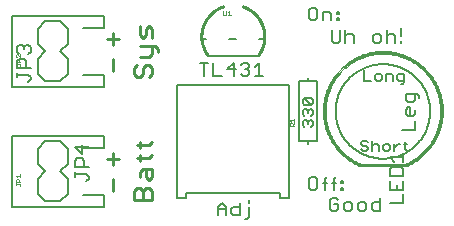
<source format=gbr>
G04 EAGLE Gerber RS-274X export*
G75*
%MOMM*%
%FSLAX34Y34*%
%LPD*%
%INSilkscreen Top*%
%IPPOS*%
%AMOC8*
5,1,8,0,0,1.08239X$1,22.5*%
G01*
%ADD10C,0.279400*%
%ADD11C,0.203200*%
%ADD12C,0.152400*%
%ADD13C,0.025400*%
%ADD14C,0.254000*%
%ADD15C,0.127000*%
%ADD16C,0.020319*%


D10*
X121793Y26797D02*
X106794Y26797D01*
X106794Y34296D01*
X109294Y36796D01*
X111794Y36796D01*
X114294Y34296D01*
X116793Y36796D01*
X119293Y36796D01*
X121793Y34296D01*
X121793Y26797D01*
X114294Y26797D02*
X114294Y34296D01*
X111794Y45668D02*
X111794Y50668D01*
X114294Y53168D01*
X121793Y53168D01*
X121793Y45668D01*
X119293Y43169D01*
X116793Y45668D01*
X116793Y53168D01*
X119293Y62040D02*
X109294Y62040D01*
X119293Y62040D02*
X121793Y64540D01*
X111794Y64540D02*
X111794Y59540D01*
X109294Y72954D02*
X119293Y72954D01*
X121793Y75454D01*
X111794Y75454D02*
X111794Y70455D01*
X88894Y157607D02*
X88894Y167606D01*
X93893Y162607D02*
X83894Y162607D01*
X88894Y146016D02*
X88894Y136017D01*
D11*
X256796Y189493D02*
X260355Y189493D01*
X256796Y189493D02*
X255016Y187714D01*
X255016Y180596D01*
X256796Y178816D01*
X260355Y178816D01*
X262134Y180596D01*
X262134Y187714D01*
X260355Y189493D01*
X266710Y185934D02*
X266710Y178816D01*
X266710Y185934D02*
X272049Y185934D01*
X273828Y184155D01*
X273828Y178816D01*
X278404Y185934D02*
X280183Y185934D01*
X280183Y184155D01*
X278404Y184155D01*
X278404Y185934D01*
X278404Y180596D02*
X280183Y180596D01*
X280183Y178816D01*
X278404Y178816D01*
X278404Y180596D01*
X260355Y45983D02*
X256796Y45983D01*
X255016Y44204D01*
X255016Y37086D01*
X256796Y35306D01*
X260355Y35306D01*
X262134Y37086D01*
X262134Y44204D01*
X260355Y45983D01*
X268489Y44204D02*
X268489Y35306D01*
X268489Y44204D02*
X270269Y45983D01*
X270269Y40645D02*
X266710Y40645D01*
X276285Y44204D02*
X276285Y35306D01*
X276285Y44204D02*
X278065Y45983D01*
X278065Y40645D02*
X274506Y40645D01*
X282302Y42424D02*
X284081Y42424D01*
X284081Y40645D01*
X282302Y40645D01*
X282302Y42424D01*
X282302Y37086D02*
X284081Y37086D01*
X284081Y35306D01*
X282302Y35306D01*
X282302Y37086D01*
X177546Y20834D02*
X177546Y13716D01*
X177546Y20834D02*
X181105Y24393D01*
X184664Y20834D01*
X184664Y13716D01*
X184664Y19055D02*
X177546Y19055D01*
X196358Y24393D02*
X196358Y13716D01*
X191019Y13716D01*
X189240Y15496D01*
X189240Y19055D01*
X191019Y20834D01*
X196358Y20834D01*
X200934Y10157D02*
X202713Y10157D01*
X204493Y11937D01*
X204493Y20834D01*
X204493Y24393D02*
X204493Y26173D01*
D10*
X106794Y138436D02*
X109294Y140936D01*
X106794Y138436D02*
X106794Y133437D01*
X109294Y130937D01*
X111794Y130937D01*
X114294Y133437D01*
X114294Y138436D01*
X116793Y140936D01*
X119293Y140936D01*
X121793Y138436D01*
X121793Y133437D01*
X119293Y130937D01*
X119293Y147309D02*
X111794Y147309D01*
X119293Y147309D02*
X121793Y149808D01*
X121793Y157308D01*
X124293Y157308D02*
X111794Y157308D01*
X124293Y157308D02*
X126793Y154808D01*
X126793Y152308D01*
X121793Y163680D02*
X121793Y171180D01*
X119293Y173679D01*
X116793Y171180D01*
X116793Y166180D01*
X114294Y163680D01*
X111794Y166180D01*
X111794Y173679D01*
X88894Y66006D02*
X88894Y56007D01*
X93893Y61007D02*
X83894Y61007D01*
X88894Y44416D02*
X88894Y34417D01*
D11*
X274066Y161546D02*
X274066Y170443D01*
X274066Y161546D02*
X275846Y159766D01*
X279405Y159766D01*
X281184Y161546D01*
X281184Y170443D01*
X285760Y170443D02*
X285760Y159766D01*
X285760Y165105D02*
X287539Y166884D01*
X291099Y166884D01*
X292878Y165105D01*
X292878Y159766D01*
X310927Y159766D02*
X314486Y159766D01*
X316266Y161546D01*
X316266Y165105D01*
X314486Y166884D01*
X310927Y166884D01*
X309148Y165105D01*
X309148Y161546D01*
X310927Y159766D01*
X320842Y159766D02*
X320842Y170443D01*
X322621Y166884D02*
X320842Y165105D01*
X322621Y166884D02*
X326180Y166884D01*
X327960Y165105D01*
X327960Y159766D01*
X332536Y159766D02*
X332536Y161546D01*
X332536Y165105D02*
X332536Y172223D01*
X278135Y28203D02*
X279914Y26424D01*
X278135Y28203D02*
X274576Y28203D01*
X272796Y26424D01*
X272796Y19306D01*
X274576Y17526D01*
X278135Y17526D01*
X279914Y19306D01*
X279914Y22865D01*
X276355Y22865D01*
X286269Y17526D02*
X289829Y17526D01*
X291608Y19306D01*
X291608Y22865D01*
X289829Y24644D01*
X286269Y24644D01*
X284490Y22865D01*
X284490Y19306D01*
X286269Y17526D01*
X297963Y17526D02*
X301523Y17526D01*
X303302Y19306D01*
X303302Y22865D01*
X301523Y24644D01*
X297963Y24644D01*
X296184Y22865D01*
X296184Y19306D01*
X297963Y17526D01*
X314996Y17526D02*
X314996Y28203D01*
X314996Y17526D02*
X309657Y17526D01*
X307878Y19306D01*
X307878Y22865D01*
X309657Y24644D01*
X314996Y24644D01*
D12*
X304974Y75275D02*
X303534Y76715D01*
X300653Y76715D01*
X299212Y75275D01*
X299212Y73834D01*
X300653Y72394D01*
X303534Y72394D01*
X304974Y70953D01*
X304974Y69513D01*
X303534Y68072D01*
X300653Y68072D01*
X299212Y69513D01*
X308567Y68072D02*
X308567Y76715D01*
X310008Y73834D02*
X308567Y72394D01*
X310008Y73834D02*
X312889Y73834D01*
X314329Y72394D01*
X314329Y68072D01*
X319363Y68072D02*
X322244Y68072D01*
X323685Y69513D01*
X323685Y72394D01*
X322244Y73834D01*
X319363Y73834D01*
X317922Y72394D01*
X317922Y69513D01*
X319363Y68072D01*
X327278Y68072D02*
X327278Y73834D01*
X327278Y70953D02*
X330159Y73834D01*
X331599Y73834D01*
X336514Y75275D02*
X336514Y69513D01*
X337955Y68072D01*
X337955Y73834D02*
X335074Y73834D01*
X301752Y127762D02*
X301752Y136405D01*
X301752Y127762D02*
X307514Y127762D01*
X312548Y127762D02*
X315429Y127762D01*
X316869Y129203D01*
X316869Y132084D01*
X315429Y133524D01*
X312548Y133524D01*
X311107Y132084D01*
X311107Y129203D01*
X312548Y127762D01*
X320462Y127762D02*
X320462Y133524D01*
X324784Y133524D01*
X326225Y132084D01*
X326225Y127762D01*
X332699Y124881D02*
X334139Y124881D01*
X335580Y126321D01*
X335580Y133524D01*
X331258Y133524D01*
X329818Y132084D01*
X329818Y129203D01*
X331258Y127762D01*
X335580Y127762D01*
D11*
X333747Y86106D02*
X344424Y86106D01*
X344424Y93224D01*
X344424Y99579D02*
X344424Y103139D01*
X344424Y99579D02*
X342645Y97800D01*
X339085Y97800D01*
X337306Y99579D01*
X337306Y103139D01*
X339085Y104918D01*
X340865Y104918D01*
X340865Y97800D01*
X347983Y113053D02*
X347983Y114833D01*
X346204Y116612D01*
X337306Y116612D01*
X337306Y111273D01*
X339085Y109494D01*
X342645Y109494D01*
X344424Y111273D01*
X344424Y116612D01*
X81500Y132400D02*
X63500Y132400D01*
X81500Y132400D02*
X81500Y122400D01*
X3500Y122400D01*
X3500Y182400D01*
X81500Y182400D01*
X81500Y172400D01*
X63500Y172400D01*
D13*
X10673Y140463D02*
X10037Y139827D01*
X10673Y140463D02*
X10673Y141098D01*
X10037Y141734D01*
X6860Y141734D01*
X6860Y142369D02*
X6860Y141098D01*
X6860Y143569D02*
X10673Y143569D01*
X6860Y143569D02*
X6860Y145476D01*
X7495Y146111D01*
X8766Y146111D01*
X9402Y145476D01*
X9402Y143569D01*
X10673Y147311D02*
X10673Y149853D01*
X10673Y147311D02*
X8131Y149853D01*
X7495Y149853D01*
X6860Y149218D01*
X6860Y147947D01*
X7495Y147311D01*
D11*
X246380Y127000D02*
X246380Y76200D01*
X246380Y127000D02*
X254000Y127000D01*
X261620Y127000D01*
X261620Y76200D01*
X254000Y76200D01*
X246380Y76200D01*
X254000Y127000D02*
X254000Y129540D01*
X254000Y76200D02*
X254000Y73660D01*
D13*
X242443Y89027D02*
X238630Y89027D01*
X238630Y90934D01*
X239265Y91569D01*
X240536Y91569D01*
X241172Y90934D01*
X241172Y89027D01*
X241172Y90298D02*
X242443Y91569D01*
X239901Y92769D02*
X238630Y94040D01*
X242443Y94040D01*
X242443Y92769D02*
X242443Y95311D01*
D12*
X249675Y89833D02*
X251115Y88392D01*
X249675Y89833D02*
X249675Y92714D01*
X251115Y94154D01*
X252556Y94154D01*
X253996Y92714D01*
X253996Y91273D01*
X253996Y92714D02*
X255437Y94154D01*
X256877Y94154D01*
X258318Y92714D01*
X258318Y89833D01*
X256877Y88392D01*
X251115Y97747D02*
X249675Y99188D01*
X249675Y102069D01*
X251115Y103509D01*
X252556Y103509D01*
X253996Y102069D01*
X253996Y100628D01*
X253996Y102069D02*
X255437Y103509D01*
X256877Y103509D01*
X258318Y102069D01*
X258318Y99188D01*
X256877Y97747D01*
X256877Y107102D02*
X251115Y107102D01*
X249675Y108543D01*
X249675Y111424D01*
X251115Y112865D01*
X256877Y112865D01*
X258318Y111424D01*
X258318Y108543D01*
X256877Y107102D01*
X251115Y112865D01*
D14*
X298450Y56200D02*
X336550Y56200D01*
D13*
X337105Y55194D02*
X336228Y57305D01*
X336228Y57304D02*
X337318Y57777D01*
X338395Y58275D01*
X339460Y58801D01*
X340512Y59352D01*
X341550Y59928D01*
X342574Y60530D01*
X343583Y61157D01*
X344576Y61809D01*
X345552Y62484D01*
X346512Y63184D01*
X347455Y63906D01*
X348379Y64652D01*
X349285Y65419D01*
X350172Y66209D01*
X351039Y67021D01*
X351886Y67853D01*
X352712Y68706D01*
X353518Y69579D01*
X354301Y70471D01*
X355063Y71382D01*
X355802Y72312D01*
X356518Y73260D01*
X357210Y74224D01*
X357879Y75206D01*
X358523Y76203D01*
X359143Y77216D01*
X359738Y78244D01*
X360307Y79286D01*
X360851Y80342D01*
X361368Y81411D01*
X361860Y82492D01*
X362324Y83585D01*
X362762Y84689D01*
X363173Y85803D01*
X363556Y86927D01*
X363911Y88060D01*
X364239Y89202D01*
X364539Y90351D01*
X364810Y91507D01*
X365053Y92670D01*
X365267Y93838D01*
X365453Y95011D01*
X365609Y96188D01*
X365737Y97368D01*
X365836Y98552D01*
X365906Y99737D01*
X365947Y100924D01*
X365959Y102112D01*
X365942Y103299D01*
X365895Y104486D01*
X365820Y105671D01*
X365715Y106854D01*
X365582Y108034D01*
X365419Y109210D01*
X365228Y110382D01*
X365008Y111549D01*
X364760Y112711D01*
X364483Y113866D01*
X364178Y115013D01*
X363845Y116153D01*
X363485Y117285D01*
X363096Y118407D01*
X362681Y119519D01*
X362238Y120621D01*
X361768Y121712D01*
X361271Y122791D01*
X360749Y123857D01*
X360200Y124910D01*
X359626Y125950D01*
X359026Y126975D01*
X358402Y127985D01*
X357753Y128979D01*
X357079Y129958D01*
X356382Y130919D01*
X355662Y131863D01*
X354919Y132789D01*
X354153Y133697D01*
X353365Y134586D01*
X352556Y135455D01*
X351725Y136304D01*
X350875Y137132D01*
X350004Y137940D01*
X349113Y138725D01*
X348204Y139489D01*
X347276Y140230D01*
X346330Y140948D01*
X345367Y141643D01*
X344387Y142314D01*
X343391Y142961D01*
X342379Y143583D01*
X341353Y144180D01*
X340312Y144752D01*
X339258Y145298D01*
X338190Y145818D01*
X337110Y146312D01*
X336018Y146779D01*
X334915Y147219D01*
X333802Y147633D01*
X332679Y148018D01*
X331547Y148377D01*
X330406Y148707D01*
X329257Y149009D01*
X328102Y149283D01*
X326940Y149529D01*
X325772Y149746D01*
X324600Y149934D01*
X323423Y150094D01*
X322243Y150224D01*
X321060Y150326D01*
X319874Y150399D01*
X318687Y150442D01*
X317500Y150457D01*
X316313Y150442D01*
X315126Y150399D01*
X313940Y150326D01*
X312757Y150224D01*
X311577Y150094D01*
X310400Y149934D01*
X309228Y149746D01*
X308060Y149529D01*
X306898Y149283D01*
X305743Y149009D01*
X304594Y148707D01*
X303453Y148377D01*
X302321Y148018D01*
X301198Y147633D01*
X300085Y147219D01*
X298982Y146779D01*
X297890Y146312D01*
X296810Y145818D01*
X295742Y145298D01*
X294688Y144752D01*
X293647Y144180D01*
X292621Y143583D01*
X291609Y142961D01*
X290613Y142314D01*
X289633Y141643D01*
X288670Y140948D01*
X287724Y140230D01*
X286796Y139489D01*
X285887Y138725D01*
X284996Y137940D01*
X284125Y137132D01*
X283275Y136304D01*
X282444Y135455D01*
X281635Y134586D01*
X280847Y133697D01*
X280081Y132789D01*
X279338Y131863D01*
X278618Y130919D01*
X277921Y129958D01*
X277247Y128979D01*
X276598Y127985D01*
X275974Y126975D01*
X275374Y125950D01*
X274800Y124910D01*
X274251Y123857D01*
X273729Y122791D01*
X273232Y121712D01*
X272762Y120621D01*
X272319Y119519D01*
X271904Y118407D01*
X271515Y117285D01*
X271155Y116153D01*
X270822Y115013D01*
X270517Y113866D01*
X270240Y112711D01*
X269992Y111549D01*
X269772Y110382D01*
X269581Y109210D01*
X269418Y108034D01*
X269285Y106854D01*
X269180Y105671D01*
X269105Y104486D01*
X269058Y103299D01*
X269041Y102112D01*
X269053Y100924D01*
X269094Y99737D01*
X269164Y98552D01*
X269263Y97368D01*
X269391Y96188D01*
X269547Y95011D01*
X269733Y93838D01*
X269947Y92670D01*
X270190Y91507D01*
X270461Y90351D01*
X270761Y89202D01*
X271089Y88060D01*
X271444Y86927D01*
X271827Y85803D01*
X272238Y84689D01*
X272676Y83585D01*
X273140Y82492D01*
X273632Y81411D01*
X274149Y80342D01*
X274693Y79286D01*
X275262Y78244D01*
X275857Y77216D01*
X276477Y76203D01*
X277121Y75206D01*
X277790Y74224D01*
X278482Y73260D01*
X279198Y72312D01*
X279937Y71382D01*
X280699Y70471D01*
X281482Y69579D01*
X282288Y68706D01*
X283114Y67853D01*
X283961Y67021D01*
X284828Y66209D01*
X285715Y65419D01*
X286621Y64652D01*
X287545Y63906D01*
X288488Y63184D01*
X289448Y62484D01*
X290424Y61809D01*
X291417Y61157D01*
X292426Y60530D01*
X293450Y59928D01*
X294488Y59352D01*
X295540Y58801D01*
X296605Y58275D01*
X297682Y57777D01*
X298772Y57304D01*
X297895Y55194D01*
X297894Y55194D01*
X296753Y55688D01*
X295624Y56210D01*
X294509Y56760D01*
X293407Y57337D01*
X292320Y57941D01*
X291248Y58571D01*
X290192Y59228D01*
X289152Y59910D01*
X288129Y60617D01*
X287123Y61349D01*
X286136Y62106D01*
X285168Y62886D01*
X284220Y63690D01*
X283291Y64518D01*
X282383Y65367D01*
X281495Y66239D01*
X280630Y67132D01*
X279787Y68046D01*
X278966Y68980D01*
X278168Y69934D01*
X277394Y70908D01*
X276645Y71900D01*
X275919Y72910D01*
X275219Y73938D01*
X274544Y74982D01*
X273895Y76043D01*
X273272Y77120D01*
X272676Y78211D01*
X272106Y79316D01*
X271564Y80436D01*
X271049Y81568D01*
X270563Y82712D01*
X270104Y83868D01*
X269674Y85035D01*
X269273Y86212D01*
X268900Y87399D01*
X268557Y88594D01*
X268243Y89798D01*
X267959Y91008D01*
X267705Y92226D01*
X267480Y93449D01*
X267286Y94677D01*
X267122Y95910D01*
X266987Y97146D01*
X266884Y98386D01*
X266810Y99627D01*
X266768Y100870D01*
X266755Y102114D01*
X266773Y103357D01*
X266822Y104600D01*
X266901Y105841D01*
X267010Y107080D01*
X267150Y108315D01*
X267320Y109547D01*
X267520Y110775D01*
X267750Y111997D01*
X268010Y113213D01*
X268300Y114423D01*
X268619Y115625D01*
X268967Y116818D01*
X269345Y118003D01*
X269752Y119178D01*
X270187Y120343D01*
X270651Y121497D01*
X271143Y122640D01*
X271663Y123769D01*
X272210Y124886D01*
X272784Y125989D01*
X273386Y127078D01*
X274014Y128151D01*
X274668Y129209D01*
X275347Y130250D01*
X276052Y131275D01*
X276782Y132282D01*
X277537Y133271D01*
X278315Y134241D01*
X279117Y135191D01*
X279942Y136122D01*
X280789Y137032D01*
X281659Y137921D01*
X282550Y138789D01*
X283462Y139634D01*
X284394Y140457D01*
X285347Y141256D01*
X286319Y142033D01*
X287309Y142785D01*
X288318Y143512D01*
X289344Y144215D01*
X290387Y144892D01*
X291446Y145544D01*
X292521Y146169D01*
X293611Y146768D01*
X294715Y147340D01*
X295833Y147885D01*
X296964Y148402D01*
X298107Y148891D01*
X299262Y149352D01*
X300428Y149785D01*
X301605Y150189D01*
X302790Y150564D01*
X303985Y150910D01*
X305187Y151227D01*
X306398Y151514D01*
X307614Y151771D01*
X308837Y151998D01*
X310065Y152195D01*
X311297Y152362D01*
X312533Y152499D01*
X313772Y152606D01*
X315014Y152682D01*
X316256Y152728D01*
X317500Y152743D01*
X318744Y152728D01*
X319986Y152682D01*
X321228Y152606D01*
X322467Y152499D01*
X323703Y152362D01*
X324935Y152195D01*
X326163Y151998D01*
X327386Y151771D01*
X328602Y151514D01*
X329813Y151227D01*
X331015Y150910D01*
X332210Y150564D01*
X333395Y150189D01*
X334572Y149785D01*
X335738Y149352D01*
X336893Y148891D01*
X338036Y148402D01*
X339167Y147885D01*
X340285Y147340D01*
X341389Y146768D01*
X342479Y146169D01*
X343554Y145544D01*
X344613Y144892D01*
X345656Y144215D01*
X346682Y143512D01*
X347691Y142785D01*
X348681Y142033D01*
X349653Y141256D01*
X350606Y140457D01*
X351538Y139634D01*
X352450Y138789D01*
X353341Y137921D01*
X354211Y137032D01*
X355058Y136122D01*
X355883Y135191D01*
X356685Y134241D01*
X357463Y133271D01*
X358218Y132282D01*
X358948Y131275D01*
X359653Y130250D01*
X360332Y129209D01*
X360986Y128151D01*
X361614Y127078D01*
X362216Y125989D01*
X362790Y124886D01*
X363337Y123769D01*
X363857Y122640D01*
X364349Y121497D01*
X364813Y120343D01*
X365248Y119178D01*
X365655Y118003D01*
X366033Y116818D01*
X366381Y115625D01*
X366700Y114423D01*
X366990Y113213D01*
X367250Y111997D01*
X367480Y110775D01*
X367680Y109547D01*
X367850Y108315D01*
X367990Y107080D01*
X368099Y105841D01*
X368178Y104600D01*
X368227Y103357D01*
X368245Y102114D01*
X368232Y100870D01*
X368190Y99627D01*
X368116Y98386D01*
X368013Y97146D01*
X367878Y95910D01*
X367714Y94677D01*
X367520Y93449D01*
X367295Y92226D01*
X367041Y91008D01*
X366757Y89798D01*
X366443Y88594D01*
X366100Y87399D01*
X365727Y86212D01*
X365326Y85035D01*
X364896Y83868D01*
X364437Y82712D01*
X363951Y81568D01*
X363436Y80436D01*
X362894Y79316D01*
X362324Y78211D01*
X361728Y77120D01*
X361105Y76043D01*
X360456Y74982D01*
X359781Y73938D01*
X359081Y72910D01*
X358355Y71900D01*
X357606Y70908D01*
X356832Y69934D01*
X356034Y68980D01*
X355213Y68046D01*
X354370Y67132D01*
X353505Y66239D01*
X352617Y65367D01*
X351709Y64518D01*
X350780Y63690D01*
X349832Y62886D01*
X348864Y62106D01*
X347877Y61349D01*
X346871Y60617D01*
X345848Y59910D01*
X344808Y59228D01*
X343752Y58571D01*
X342680Y57941D01*
X341593Y57337D01*
X340491Y56760D01*
X339376Y56210D01*
X338247Y55688D01*
X337106Y55194D01*
X337014Y55415D01*
X338150Y55907D01*
X339273Y56427D01*
X340383Y56974D01*
X341479Y57549D01*
X342561Y58150D01*
X343628Y58777D01*
X344680Y59430D01*
X345715Y60109D01*
X346733Y60813D01*
X347733Y61542D01*
X348716Y62295D01*
X349679Y63072D01*
X350623Y63872D01*
X351548Y64695D01*
X352452Y65541D01*
X353335Y66408D01*
X354196Y67297D01*
X355035Y68207D01*
X355852Y69137D01*
X356646Y70086D01*
X357416Y71055D01*
X358162Y72043D01*
X358884Y73048D01*
X359581Y74071D01*
X360253Y75111D01*
X360899Y76166D01*
X361519Y77238D01*
X362113Y78324D01*
X362679Y79424D01*
X363219Y80538D01*
X363731Y81665D01*
X364216Y82804D01*
X364672Y83954D01*
X365100Y85116D01*
X365499Y86287D01*
X365870Y87468D01*
X366211Y88658D01*
X366524Y89856D01*
X366807Y91061D01*
X367060Y92272D01*
X367283Y93490D01*
X367477Y94712D01*
X367640Y95939D01*
X367774Y97170D01*
X367877Y98403D01*
X367950Y99639D01*
X367993Y100876D01*
X368005Y102113D01*
X367987Y103351D01*
X367939Y104588D01*
X367860Y105823D01*
X367751Y107056D01*
X367612Y108286D01*
X367443Y109512D01*
X367244Y110734D01*
X367015Y111950D01*
X366756Y113160D01*
X366468Y114364D01*
X366150Y115560D01*
X365803Y116749D01*
X365427Y117928D01*
X365022Y119097D01*
X364589Y120257D01*
X364127Y121405D01*
X363638Y122542D01*
X363120Y123667D01*
X362576Y124778D01*
X362004Y125876D01*
X361405Y126959D01*
X360781Y128028D01*
X360130Y129080D01*
X359453Y130117D01*
X358752Y131137D01*
X358025Y132139D01*
X357274Y133123D01*
X356500Y134088D01*
X355702Y135034D01*
X354881Y135960D01*
X354037Y136866D01*
X353172Y137751D01*
X352285Y138615D01*
X351377Y139456D01*
X350449Y140275D01*
X349501Y141071D01*
X348534Y141843D01*
X347548Y142592D01*
X346544Y143316D01*
X345523Y144015D01*
X344485Y144689D01*
X343431Y145338D01*
X342361Y145960D01*
X341276Y146556D01*
X340177Y147126D01*
X339064Y147668D01*
X337939Y148183D01*
X336801Y148670D01*
X335651Y149129D01*
X334491Y149559D01*
X333320Y149961D01*
X332140Y150335D01*
X330951Y150679D01*
X329754Y150994D01*
X328550Y151279D01*
X327339Y151535D01*
X326122Y151762D01*
X324900Y151958D01*
X323673Y152124D01*
X322443Y152261D01*
X321210Y152367D01*
X319975Y152442D01*
X318738Y152488D01*
X317500Y152503D01*
X316262Y152488D01*
X315025Y152442D01*
X313790Y152367D01*
X312557Y152261D01*
X311327Y152124D01*
X310100Y151958D01*
X308878Y151762D01*
X307661Y151535D01*
X306450Y151279D01*
X305246Y150994D01*
X304049Y150679D01*
X302860Y150335D01*
X301680Y149961D01*
X300509Y149559D01*
X299349Y149129D01*
X298199Y148670D01*
X297061Y148183D01*
X295936Y147668D01*
X294823Y147126D01*
X293724Y146556D01*
X292639Y145960D01*
X291569Y145338D01*
X290515Y144689D01*
X289477Y144015D01*
X288456Y143316D01*
X287452Y142592D01*
X286466Y141843D01*
X285499Y141071D01*
X284551Y140275D01*
X283623Y139456D01*
X282715Y138615D01*
X281828Y137751D01*
X280963Y136866D01*
X280119Y135960D01*
X279298Y135034D01*
X278500Y134088D01*
X277726Y133123D01*
X276975Y132139D01*
X276248Y131137D01*
X275547Y130117D01*
X274870Y129080D01*
X274219Y128028D01*
X273595Y126959D01*
X272996Y125876D01*
X272424Y124778D01*
X271880Y123667D01*
X271362Y122542D01*
X270873Y121405D01*
X270411Y120257D01*
X269978Y119097D01*
X269573Y117928D01*
X269197Y116749D01*
X268850Y115560D01*
X268532Y114364D01*
X268244Y113160D01*
X267985Y111950D01*
X267756Y110734D01*
X267557Y109512D01*
X267388Y108286D01*
X267249Y107056D01*
X267140Y105823D01*
X267061Y104588D01*
X267013Y103351D01*
X266995Y102113D01*
X267007Y100876D01*
X267050Y99639D01*
X267123Y98403D01*
X267226Y97170D01*
X267360Y95939D01*
X267523Y94712D01*
X267717Y93490D01*
X267940Y92272D01*
X268193Y91061D01*
X268476Y89856D01*
X268789Y88658D01*
X269130Y87468D01*
X269501Y86287D01*
X269900Y85116D01*
X270328Y83954D01*
X270784Y82804D01*
X271269Y81665D01*
X271781Y80538D01*
X272321Y79424D01*
X272887Y78324D01*
X273481Y77238D01*
X274101Y76166D01*
X274747Y75111D01*
X275419Y74071D01*
X276116Y73048D01*
X276838Y72043D01*
X277584Y71055D01*
X278354Y70086D01*
X279148Y69137D01*
X279965Y68207D01*
X280804Y67297D01*
X281665Y66408D01*
X282548Y65541D01*
X283452Y64695D01*
X284377Y63872D01*
X285321Y63072D01*
X286284Y62295D01*
X287267Y61542D01*
X288267Y60813D01*
X289285Y60109D01*
X290320Y59430D01*
X291372Y58777D01*
X292439Y58150D01*
X293521Y57549D01*
X294617Y56974D01*
X295727Y56427D01*
X296850Y55907D01*
X297986Y55415D01*
X298078Y55637D01*
X296948Y56127D01*
X295830Y56644D01*
X294725Y57189D01*
X293634Y57760D01*
X292557Y58358D01*
X291495Y58983D01*
X290449Y59633D01*
X289419Y60308D01*
X288406Y61009D01*
X287410Y61734D01*
X286432Y62484D01*
X285473Y63257D01*
X284534Y64054D01*
X283614Y64873D01*
X282714Y65714D01*
X281835Y66578D01*
X280978Y67462D01*
X280143Y68368D01*
X279330Y69293D01*
X278540Y70238D01*
X277773Y71203D01*
X277030Y72185D01*
X276312Y73186D01*
X275618Y74204D01*
X274950Y75239D01*
X274307Y76290D01*
X273690Y77356D01*
X273099Y78437D01*
X272535Y79532D01*
X271998Y80640D01*
X271488Y81762D01*
X271006Y82896D01*
X270552Y84041D01*
X270126Y85196D01*
X269729Y86362D01*
X269360Y87538D01*
X269020Y88722D01*
X268709Y89914D01*
X268428Y91113D01*
X268176Y92319D01*
X267953Y93531D01*
X267761Y94747D01*
X267598Y95968D01*
X267465Y97193D01*
X267362Y98421D01*
X267290Y99650D01*
X267247Y100881D01*
X267235Y102113D01*
X267253Y103345D01*
X267301Y104576D01*
X267379Y105805D01*
X267488Y107032D01*
X267626Y108256D01*
X267794Y109477D01*
X267993Y110692D01*
X268221Y111903D01*
X268478Y113108D01*
X268765Y114306D01*
X269081Y115496D01*
X269427Y116679D01*
X269801Y117852D01*
X270204Y119016D01*
X270635Y120170D01*
X271094Y121313D01*
X271582Y122445D01*
X272096Y123564D01*
X272639Y124670D01*
X273208Y125763D01*
X273803Y126841D01*
X274425Y127904D01*
X275073Y128952D01*
X275746Y129984D01*
X276445Y130998D01*
X277168Y131996D01*
X277915Y132975D01*
X278686Y133936D01*
X279480Y134877D01*
X280297Y135799D01*
X281137Y136701D01*
X281998Y137581D01*
X282881Y138441D01*
X283784Y139278D01*
X284708Y140093D01*
X285651Y140885D01*
X286614Y141654D01*
X287595Y142399D01*
X288594Y143120D01*
X289610Y143816D01*
X290643Y144487D01*
X291693Y145132D01*
X292757Y145752D01*
X293837Y146345D01*
X294931Y146911D01*
X296038Y147451D01*
X297159Y147963D01*
X298291Y148448D01*
X299435Y148905D01*
X300590Y149333D01*
X301755Y149733D01*
X302930Y150105D01*
X304113Y150447D01*
X305304Y150761D01*
X306503Y151045D01*
X307708Y151300D01*
X308919Y151525D01*
X310135Y151721D01*
X311356Y151886D01*
X312580Y152022D01*
X313808Y152127D01*
X315037Y152203D01*
X316268Y152248D01*
X317500Y152263D01*
X318732Y152248D01*
X319963Y152203D01*
X321192Y152127D01*
X322420Y152022D01*
X323644Y151886D01*
X324865Y151721D01*
X326081Y151525D01*
X327292Y151300D01*
X328497Y151045D01*
X329696Y150761D01*
X330887Y150447D01*
X332070Y150105D01*
X333245Y149733D01*
X334410Y149333D01*
X335565Y148905D01*
X336709Y148448D01*
X337841Y147963D01*
X338962Y147451D01*
X340069Y146911D01*
X341163Y146345D01*
X342243Y145752D01*
X343307Y145132D01*
X344357Y144487D01*
X345390Y143816D01*
X346406Y143120D01*
X347405Y142399D01*
X348386Y141654D01*
X349349Y140885D01*
X350292Y140093D01*
X351216Y139278D01*
X352119Y138441D01*
X353002Y137581D01*
X353863Y136701D01*
X354703Y135799D01*
X355520Y134877D01*
X356314Y133936D01*
X357085Y132975D01*
X357832Y131996D01*
X358555Y130998D01*
X359254Y129984D01*
X359927Y128952D01*
X360575Y127904D01*
X361197Y126841D01*
X361792Y125763D01*
X362361Y124670D01*
X362904Y123564D01*
X363418Y122445D01*
X363906Y121313D01*
X364365Y120170D01*
X364796Y119016D01*
X365199Y117852D01*
X365573Y116679D01*
X365919Y115496D01*
X366235Y114306D01*
X366522Y113108D01*
X366779Y111903D01*
X367007Y110692D01*
X367206Y109477D01*
X367374Y108256D01*
X367512Y107032D01*
X367621Y105805D01*
X367699Y104576D01*
X367747Y103345D01*
X367765Y102113D01*
X367753Y100881D01*
X367710Y99650D01*
X367638Y98421D01*
X367535Y97193D01*
X367402Y95968D01*
X367239Y94747D01*
X367047Y93531D01*
X366824Y92319D01*
X366572Y91113D01*
X366291Y89914D01*
X365980Y88722D01*
X365640Y87538D01*
X365271Y86362D01*
X364874Y85196D01*
X364448Y84041D01*
X363994Y82896D01*
X363512Y81762D01*
X363002Y80640D01*
X362465Y79532D01*
X361901Y78437D01*
X361310Y77356D01*
X360693Y76290D01*
X360050Y75239D01*
X359382Y74204D01*
X358688Y73186D01*
X357970Y72185D01*
X357227Y71203D01*
X356460Y70238D01*
X355670Y69293D01*
X354857Y68368D01*
X354022Y67462D01*
X353165Y66578D01*
X352286Y65714D01*
X351386Y64873D01*
X350466Y64054D01*
X349527Y63257D01*
X348568Y62484D01*
X347590Y61734D01*
X346594Y61009D01*
X345581Y60308D01*
X344551Y59633D01*
X343505Y58983D01*
X342443Y58358D01*
X341366Y57760D01*
X340275Y57189D01*
X339170Y56644D01*
X338052Y56127D01*
X336922Y55637D01*
X336829Y55858D01*
X337954Y56346D01*
X339067Y56861D01*
X340167Y57403D01*
X341253Y57972D01*
X342324Y58567D01*
X343381Y59188D01*
X344422Y59835D01*
X345448Y60508D01*
X346456Y61205D01*
X347447Y61927D01*
X348420Y62673D01*
X349374Y63442D01*
X350309Y64235D01*
X351225Y65050D01*
X352120Y65888D01*
X352995Y66747D01*
X353848Y67628D01*
X354679Y68529D01*
X355488Y69450D01*
X356274Y70390D01*
X357037Y71350D01*
X357777Y72328D01*
X358492Y73324D01*
X359182Y74337D01*
X359847Y75367D01*
X360487Y76413D01*
X361101Y77474D01*
X361689Y78550D01*
X362250Y79639D01*
X362785Y80743D01*
X363292Y81859D01*
X363772Y82987D01*
X364224Y84127D01*
X364648Y85277D01*
X365043Y86437D01*
X365410Y87607D01*
X365749Y88786D01*
X366058Y89972D01*
X366338Y91165D01*
X366589Y92366D01*
X366810Y93571D01*
X367002Y94782D01*
X367164Y95997D01*
X367296Y97216D01*
X367398Y98438D01*
X367470Y99662D01*
X367513Y100887D01*
X367525Y102113D01*
X367507Y103339D01*
X367459Y104564D01*
X367381Y105787D01*
X367273Y107009D01*
X367136Y108227D01*
X366968Y109441D01*
X366771Y110651D01*
X366544Y111856D01*
X366288Y113055D01*
X366002Y114247D01*
X365687Y115432D01*
X365344Y116609D01*
X364971Y117777D01*
X364570Y118935D01*
X364141Y120084D01*
X363684Y121221D01*
X363199Y122347D01*
X362687Y123461D01*
X362147Y124562D01*
X361581Y125649D01*
X360988Y126722D01*
X360369Y127781D01*
X359724Y128823D01*
X359054Y129850D01*
X358359Y130860D01*
X357640Y131853D01*
X356896Y132827D01*
X356129Y133783D01*
X355338Y134721D01*
X354525Y135638D01*
X353690Y136535D01*
X352832Y137412D01*
X351954Y138267D01*
X351055Y139100D01*
X350136Y139911D01*
X349197Y140700D01*
X348239Y141465D01*
X347262Y142206D01*
X346268Y142924D01*
X345257Y143616D01*
X344228Y144284D01*
X343184Y144926D01*
X342124Y145543D01*
X341050Y146133D01*
X339961Y146697D01*
X338859Y147234D01*
X337744Y147744D01*
X336617Y148226D01*
X335479Y148681D01*
X334329Y149107D01*
X333170Y149505D01*
X332001Y149875D01*
X330823Y150216D01*
X329638Y150528D01*
X328445Y150811D01*
X327245Y151065D01*
X326040Y151289D01*
X324830Y151483D01*
X323615Y151648D01*
X322396Y151783D01*
X321175Y151888D01*
X319951Y151963D01*
X318726Y152008D01*
X317500Y152023D01*
X316274Y152008D01*
X315049Y151963D01*
X313825Y151888D01*
X312604Y151783D01*
X311385Y151648D01*
X310170Y151483D01*
X308960Y151289D01*
X307755Y151065D01*
X306555Y150811D01*
X305362Y150528D01*
X304177Y150216D01*
X302999Y149875D01*
X301830Y149505D01*
X300671Y149107D01*
X299521Y148681D01*
X298383Y148226D01*
X297256Y147744D01*
X296141Y147234D01*
X295039Y146697D01*
X293950Y146133D01*
X292876Y145543D01*
X291816Y144926D01*
X290772Y144284D01*
X289743Y143616D01*
X288732Y142924D01*
X287738Y142206D01*
X286761Y141465D01*
X285803Y140700D01*
X284864Y139911D01*
X283945Y139100D01*
X283046Y138267D01*
X282168Y137412D01*
X281310Y136535D01*
X280475Y135638D01*
X279662Y134721D01*
X278871Y133783D01*
X278104Y132827D01*
X277360Y131853D01*
X276641Y130860D01*
X275946Y129850D01*
X275276Y128823D01*
X274631Y127781D01*
X274012Y126722D01*
X273419Y125649D01*
X272853Y124562D01*
X272313Y123461D01*
X271801Y122347D01*
X271316Y121221D01*
X270859Y120084D01*
X270430Y118935D01*
X270029Y117777D01*
X269656Y116609D01*
X269313Y115432D01*
X268998Y114247D01*
X268712Y113055D01*
X268456Y111856D01*
X268229Y110651D01*
X268032Y109441D01*
X267864Y108227D01*
X267727Y107009D01*
X267619Y105787D01*
X267541Y104564D01*
X267493Y103339D01*
X267475Y102113D01*
X267487Y100887D01*
X267530Y99662D01*
X267602Y98438D01*
X267704Y97216D01*
X267836Y95997D01*
X267998Y94782D01*
X268190Y93571D01*
X268411Y92366D01*
X268662Y91165D01*
X268942Y89972D01*
X269251Y88786D01*
X269590Y87607D01*
X269957Y86437D01*
X270352Y85277D01*
X270776Y84127D01*
X271228Y82987D01*
X271708Y81859D01*
X272215Y80743D01*
X272750Y79639D01*
X273311Y78550D01*
X273899Y77474D01*
X274513Y76413D01*
X275153Y75367D01*
X275818Y74337D01*
X276508Y73324D01*
X277223Y72328D01*
X277963Y71350D01*
X278726Y70390D01*
X279512Y69450D01*
X280321Y68529D01*
X281152Y67628D01*
X282005Y66747D01*
X282880Y65888D01*
X283775Y65050D01*
X284691Y64235D01*
X285626Y63442D01*
X286580Y62673D01*
X287553Y61927D01*
X288544Y61205D01*
X289552Y60508D01*
X290578Y59835D01*
X291619Y59188D01*
X292676Y58567D01*
X293747Y57972D01*
X294833Y57403D01*
X295933Y56861D01*
X297046Y56346D01*
X298171Y55858D01*
X298263Y56080D01*
X297143Y56565D01*
X296036Y57078D01*
X294942Y57617D01*
X293861Y58183D01*
X292794Y58776D01*
X291743Y59394D01*
X290706Y60038D01*
X289686Y60707D01*
X288683Y61401D01*
X287696Y62120D01*
X286728Y62862D01*
X285778Y63628D01*
X284848Y64417D01*
X283936Y65228D01*
X283045Y66062D01*
X282175Y66917D01*
X281326Y67793D01*
X280499Y68690D01*
X279694Y69606D01*
X278911Y70542D01*
X278152Y71498D01*
X277416Y72471D01*
X276705Y73462D01*
X276018Y74470D01*
X275356Y75495D01*
X274719Y76536D01*
X274108Y77592D01*
X273523Y78662D01*
X272964Y79747D01*
X272432Y80845D01*
X271927Y81956D01*
X271450Y83079D01*
X271000Y84213D01*
X270578Y85358D01*
X270185Y86513D01*
X269819Y87677D01*
X269483Y88849D01*
X269175Y90030D01*
X268896Y91218D01*
X268647Y92412D01*
X268426Y93612D01*
X268236Y94817D01*
X268074Y96027D01*
X267943Y97240D01*
X267841Y98455D01*
X267769Y99673D01*
X267727Y100893D01*
X267715Y102113D01*
X267733Y103333D01*
X267781Y104552D01*
X267858Y105770D01*
X267965Y106985D01*
X268102Y108197D01*
X268269Y109406D01*
X268466Y110610D01*
X268691Y111809D01*
X268946Y113002D01*
X269231Y114189D01*
X269544Y115368D01*
X269886Y116539D01*
X270257Y117701D01*
X270656Y118854D01*
X271083Y119997D01*
X271538Y121129D01*
X272020Y122250D01*
X272530Y123358D01*
X273067Y124454D01*
X273631Y125536D01*
X274221Y126604D01*
X274837Y127657D01*
X275478Y128695D01*
X276145Y129717D01*
X276837Y130722D01*
X277553Y131710D01*
X278293Y132680D01*
X279057Y133631D01*
X279843Y134564D01*
X280653Y135477D01*
X281484Y136370D01*
X282337Y137242D01*
X283212Y138093D01*
X284106Y138922D01*
X285021Y139730D01*
X285956Y140514D01*
X286909Y141276D01*
X287881Y142013D01*
X288870Y142727D01*
X289877Y143417D01*
X290900Y144081D01*
X291939Y144720D01*
X292994Y145334D01*
X294063Y145921D01*
X295147Y146482D01*
X296243Y147017D01*
X297353Y147524D01*
X298475Y148004D01*
X299608Y148457D01*
X300752Y148881D01*
X301905Y149278D01*
X303069Y149646D01*
X304241Y149985D01*
X305421Y150295D01*
X306608Y150577D01*
X307802Y150829D01*
X309001Y151052D01*
X310206Y151246D01*
X311415Y151410D01*
X312627Y151544D01*
X313843Y151649D01*
X315061Y151723D01*
X316280Y151768D01*
X317500Y151783D01*
X318720Y151768D01*
X319939Y151723D01*
X321157Y151649D01*
X322373Y151544D01*
X323585Y151410D01*
X324794Y151246D01*
X325999Y151052D01*
X327198Y150829D01*
X328392Y150577D01*
X329579Y150295D01*
X330759Y149985D01*
X331931Y149646D01*
X333095Y149278D01*
X334248Y148881D01*
X335392Y148457D01*
X336525Y148004D01*
X337647Y147524D01*
X338757Y147017D01*
X339853Y146482D01*
X340937Y145921D01*
X342006Y145334D01*
X343061Y144720D01*
X344100Y144081D01*
X345123Y143417D01*
X346130Y142727D01*
X347119Y142013D01*
X348091Y141276D01*
X349044Y140514D01*
X349979Y139730D01*
X350894Y138922D01*
X351788Y138093D01*
X352663Y137242D01*
X353516Y136370D01*
X354347Y135477D01*
X355157Y134564D01*
X355943Y133631D01*
X356707Y132680D01*
X357447Y131710D01*
X358163Y130722D01*
X358855Y129717D01*
X359522Y128695D01*
X360163Y127657D01*
X360779Y126604D01*
X361369Y125536D01*
X361933Y124454D01*
X362470Y123358D01*
X362980Y122250D01*
X363462Y121129D01*
X363917Y119997D01*
X364344Y118854D01*
X364743Y117701D01*
X365114Y116539D01*
X365456Y115368D01*
X365769Y114189D01*
X366054Y113002D01*
X366309Y111809D01*
X366534Y110610D01*
X366731Y109406D01*
X366898Y108197D01*
X367035Y106985D01*
X367142Y105770D01*
X367219Y104552D01*
X367267Y103333D01*
X367285Y102113D01*
X367273Y100893D01*
X367231Y99673D01*
X367159Y98455D01*
X367057Y97240D01*
X366926Y96027D01*
X366764Y94817D01*
X366574Y93612D01*
X366353Y92412D01*
X366104Y91218D01*
X365825Y90030D01*
X365517Y88849D01*
X365181Y87677D01*
X364815Y86513D01*
X364422Y85358D01*
X364000Y84213D01*
X363550Y83079D01*
X363073Y81956D01*
X362568Y80845D01*
X362036Y79747D01*
X361477Y78662D01*
X360892Y77592D01*
X360281Y76536D01*
X359644Y75495D01*
X358982Y74470D01*
X358295Y73462D01*
X357584Y72471D01*
X356848Y71498D01*
X356089Y70542D01*
X355306Y69606D01*
X354501Y68690D01*
X353674Y67793D01*
X352825Y66917D01*
X351955Y66062D01*
X351064Y65228D01*
X350152Y64417D01*
X349222Y63628D01*
X348272Y62862D01*
X347304Y62120D01*
X346317Y61401D01*
X345314Y60707D01*
X344294Y60038D01*
X343257Y59394D01*
X342206Y58776D01*
X341139Y58183D01*
X340058Y57617D01*
X338964Y57078D01*
X337857Y56565D01*
X336737Y56080D01*
X336645Y56301D01*
X337759Y56784D01*
X338861Y57294D01*
X339950Y57831D01*
X341026Y58395D01*
X342087Y58984D01*
X343134Y59600D01*
X344165Y60241D01*
X345180Y60907D01*
X346179Y61597D01*
X347160Y62312D01*
X348124Y63051D01*
X349069Y63813D01*
X349995Y64598D01*
X350902Y65406D01*
X351789Y66235D01*
X352655Y67086D01*
X353500Y67958D01*
X354323Y68850D01*
X355124Y69763D01*
X355903Y70694D01*
X356659Y71645D01*
X357391Y72614D01*
X358099Y73600D01*
X358782Y74603D01*
X359441Y75623D01*
X360075Y76659D01*
X360683Y77710D01*
X361265Y78775D01*
X361821Y79855D01*
X362351Y80948D01*
X362853Y82053D01*
X363328Y83170D01*
X363776Y84299D01*
X364196Y85438D01*
X364587Y86588D01*
X364951Y87746D01*
X365286Y88913D01*
X365592Y90088D01*
X365870Y91270D01*
X366118Y92459D01*
X366337Y93653D01*
X366527Y94852D01*
X366687Y96056D01*
X366818Y97263D01*
X366919Y98473D01*
X366991Y99685D01*
X367033Y100898D01*
X367045Y102113D01*
X367027Y103327D01*
X366980Y104540D01*
X366903Y105752D01*
X366796Y106961D01*
X366659Y108168D01*
X366493Y109370D01*
X366298Y110569D01*
X366073Y111762D01*
X365819Y112949D01*
X365537Y114130D01*
X365225Y115304D01*
X364885Y116469D01*
X364516Y117626D01*
X364119Y118773D01*
X363693Y119911D01*
X363241Y121037D01*
X362760Y122153D01*
X362253Y123256D01*
X361719Y124346D01*
X361158Y125423D01*
X360570Y126486D01*
X359957Y127534D01*
X359319Y128566D01*
X358655Y129583D01*
X357967Y130583D01*
X357254Y131567D01*
X356518Y132532D01*
X355758Y133479D01*
X354975Y134407D01*
X354170Y135315D01*
X353342Y136204D01*
X352493Y137072D01*
X351623Y137919D01*
X350733Y138744D01*
X349822Y139548D01*
X348892Y140329D01*
X347944Y141086D01*
X346977Y141821D01*
X345992Y142531D01*
X344990Y143217D01*
X343972Y143878D01*
X342937Y144514D01*
X341888Y145125D01*
X340824Y145710D01*
X339746Y146268D01*
X338654Y146800D01*
X337550Y147305D01*
X336434Y147783D01*
X335306Y148233D01*
X334168Y148655D01*
X333019Y149050D01*
X331862Y149416D01*
X330695Y149754D01*
X329521Y150063D01*
X328340Y150343D01*
X327152Y150594D01*
X325958Y150816D01*
X324759Y151008D01*
X323556Y151171D01*
X322349Y151305D01*
X321139Y151409D01*
X319927Y151483D01*
X318714Y151528D01*
X317500Y151543D01*
X316286Y151528D01*
X315073Y151483D01*
X313861Y151409D01*
X312651Y151305D01*
X311444Y151171D01*
X310241Y151008D01*
X309042Y150816D01*
X307848Y150594D01*
X306660Y150343D01*
X305479Y150063D01*
X304305Y149754D01*
X303138Y149416D01*
X301981Y149050D01*
X300832Y148655D01*
X299694Y148233D01*
X298566Y147783D01*
X297450Y147305D01*
X296346Y146800D01*
X295254Y146268D01*
X294176Y145710D01*
X293112Y145125D01*
X292063Y144514D01*
X291028Y143878D01*
X290010Y143217D01*
X289008Y142531D01*
X288023Y141821D01*
X287056Y141086D01*
X286108Y140329D01*
X285178Y139548D01*
X284267Y138744D01*
X283377Y137919D01*
X282507Y137072D01*
X281658Y136204D01*
X280830Y135315D01*
X280025Y134407D01*
X279242Y133479D01*
X278482Y132532D01*
X277746Y131567D01*
X277033Y130583D01*
X276345Y129583D01*
X275681Y128566D01*
X275043Y127534D01*
X274430Y126486D01*
X273842Y125423D01*
X273281Y124346D01*
X272747Y123256D01*
X272240Y122153D01*
X271759Y121037D01*
X271307Y119911D01*
X270881Y118773D01*
X270484Y117626D01*
X270115Y116469D01*
X269775Y115304D01*
X269463Y114130D01*
X269181Y112949D01*
X268927Y111762D01*
X268702Y110569D01*
X268507Y109370D01*
X268341Y108168D01*
X268204Y106961D01*
X268097Y105752D01*
X268020Y104540D01*
X267973Y103327D01*
X267955Y102113D01*
X267967Y100898D01*
X268009Y99685D01*
X268081Y98473D01*
X268182Y97263D01*
X268313Y96056D01*
X268473Y94852D01*
X268663Y93653D01*
X268882Y92459D01*
X269130Y91270D01*
X269408Y90088D01*
X269714Y88913D01*
X270049Y87746D01*
X270413Y86588D01*
X270804Y85438D01*
X271224Y84299D01*
X271672Y83170D01*
X272147Y82053D01*
X272649Y80948D01*
X273179Y79855D01*
X273735Y78775D01*
X274317Y77710D01*
X274925Y76659D01*
X275559Y75623D01*
X276218Y74603D01*
X276901Y73600D01*
X277609Y72614D01*
X278341Y71645D01*
X279097Y70694D01*
X279876Y69763D01*
X280677Y68850D01*
X281500Y67958D01*
X282345Y67086D01*
X283211Y66235D01*
X284098Y65406D01*
X285005Y64598D01*
X285931Y63813D01*
X286876Y63051D01*
X287840Y62312D01*
X288821Y61597D01*
X289820Y60907D01*
X290835Y60241D01*
X291866Y59600D01*
X292913Y58984D01*
X293974Y58395D01*
X295050Y57831D01*
X296139Y57294D01*
X297241Y56784D01*
X298355Y56301D01*
X298447Y56523D01*
X297338Y57004D01*
X296242Y57511D01*
X295158Y58045D01*
X294088Y58606D01*
X293031Y59193D01*
X291990Y59805D01*
X290964Y60443D01*
X289953Y61106D01*
X288959Y61793D01*
X287983Y62505D01*
X287024Y63240D01*
X286083Y63998D01*
X285162Y64780D01*
X284259Y65583D01*
X283377Y66409D01*
X282515Y67256D01*
X281674Y68123D01*
X280855Y69011D01*
X280057Y69919D01*
X279283Y70846D01*
X278531Y71792D01*
X277802Y72756D01*
X277098Y73738D01*
X276417Y74737D01*
X275762Y75751D01*
X275131Y76782D01*
X274526Y77828D01*
X273946Y78888D01*
X273393Y79962D01*
X272866Y81050D01*
X272366Y82150D01*
X271894Y83262D01*
X271448Y84385D01*
X271030Y85519D01*
X270641Y86663D01*
X270279Y87816D01*
X269945Y88977D01*
X269641Y90146D01*
X269365Y91323D01*
X269117Y92505D01*
X268899Y93694D01*
X268710Y94887D01*
X268551Y96085D01*
X268421Y97286D01*
X268320Y98490D01*
X268249Y99697D01*
X268207Y100904D01*
X268195Y102112D01*
X268213Y103321D01*
X268260Y104528D01*
X268337Y105734D01*
X268443Y106937D01*
X268579Y108138D01*
X268744Y109335D01*
X268938Y110528D01*
X269162Y111715D01*
X269415Y112897D01*
X269696Y114072D01*
X270006Y115240D01*
X270345Y116399D01*
X270712Y117551D01*
X271107Y118692D01*
X271530Y119824D01*
X271981Y120945D01*
X272459Y122055D01*
X272964Y123153D01*
X273496Y124238D01*
X274054Y125310D01*
X274638Y126367D01*
X275248Y127410D01*
X275884Y128438D01*
X276544Y129450D01*
X277229Y130445D01*
X277938Y131423D01*
X278671Y132384D01*
X279428Y133326D01*
X280207Y134250D01*
X281008Y135154D01*
X281832Y136038D01*
X282677Y136902D01*
X283542Y137745D01*
X284429Y138567D01*
X285335Y139366D01*
X286260Y140143D01*
X287204Y140897D01*
X288166Y141628D01*
X289146Y142335D01*
X290143Y143017D01*
X291157Y143675D01*
X292186Y144309D01*
X293230Y144916D01*
X294289Y145498D01*
X295362Y146054D01*
X296448Y146583D01*
X297547Y147085D01*
X298658Y147561D01*
X299780Y148009D01*
X300913Y148429D01*
X302056Y148822D01*
X303208Y149186D01*
X304369Y149522D01*
X305537Y149830D01*
X306713Y150109D01*
X307895Y150358D01*
X309083Y150579D01*
X310276Y150771D01*
X311473Y150933D01*
X312674Y151066D01*
X313878Y151170D01*
X315084Y151244D01*
X316292Y151288D01*
X317500Y151303D01*
X318708Y151288D01*
X319916Y151244D01*
X321122Y151170D01*
X322326Y151066D01*
X323527Y150933D01*
X324724Y150771D01*
X325917Y150579D01*
X327105Y150358D01*
X328287Y150109D01*
X329463Y149830D01*
X330631Y149522D01*
X331792Y149186D01*
X332944Y148822D01*
X334087Y148429D01*
X335220Y148009D01*
X336342Y147561D01*
X337453Y147085D01*
X338552Y146583D01*
X339638Y146054D01*
X340711Y145498D01*
X341770Y144916D01*
X342814Y144309D01*
X343843Y143675D01*
X344857Y143017D01*
X345854Y142335D01*
X346834Y141628D01*
X347796Y140897D01*
X348740Y140143D01*
X349665Y139366D01*
X350571Y138567D01*
X351458Y137745D01*
X352323Y136902D01*
X353168Y136038D01*
X353992Y135154D01*
X354793Y134250D01*
X355572Y133326D01*
X356329Y132384D01*
X357062Y131423D01*
X357771Y130445D01*
X358456Y129450D01*
X359116Y128438D01*
X359752Y127410D01*
X360362Y126367D01*
X360946Y125310D01*
X361504Y124238D01*
X362036Y123153D01*
X362541Y122055D01*
X363019Y120945D01*
X363470Y119824D01*
X363893Y118692D01*
X364288Y117551D01*
X364655Y116399D01*
X364994Y115240D01*
X365304Y114072D01*
X365585Y112897D01*
X365838Y111715D01*
X366062Y110528D01*
X366256Y109335D01*
X366421Y108138D01*
X366557Y106937D01*
X366663Y105734D01*
X366740Y104528D01*
X366787Y103321D01*
X366805Y102112D01*
X366793Y100904D01*
X366751Y99697D01*
X366680Y98490D01*
X366579Y97286D01*
X366449Y96085D01*
X366290Y94887D01*
X366101Y93694D01*
X365883Y92505D01*
X365635Y91323D01*
X365359Y90146D01*
X365055Y88977D01*
X364721Y87816D01*
X364359Y86663D01*
X363970Y85519D01*
X363552Y84385D01*
X363106Y83262D01*
X362634Y82150D01*
X362134Y81050D01*
X361607Y79962D01*
X361054Y78888D01*
X360474Y77828D01*
X359869Y76782D01*
X359238Y75751D01*
X358583Y74737D01*
X357902Y73738D01*
X357198Y72756D01*
X356469Y71792D01*
X355717Y70846D01*
X354943Y69919D01*
X354145Y69011D01*
X353326Y68123D01*
X352485Y67256D01*
X351623Y66409D01*
X350741Y65583D01*
X349838Y64780D01*
X348917Y63998D01*
X347976Y63240D01*
X347017Y62505D01*
X346041Y61793D01*
X345047Y61106D01*
X344036Y60443D01*
X343010Y59805D01*
X341969Y59193D01*
X340912Y58606D01*
X339842Y58045D01*
X338758Y57511D01*
X337662Y57004D01*
X336553Y56523D01*
X336461Y56745D01*
X337564Y57223D01*
X338655Y57728D01*
X339734Y58260D01*
X340799Y58818D01*
X341850Y59402D01*
X342886Y60011D01*
X343908Y60646D01*
X344913Y61305D01*
X345902Y61989D01*
X346874Y62697D01*
X347828Y63429D01*
X348764Y64184D01*
X349681Y64961D01*
X350579Y65761D01*
X351457Y66582D01*
X352315Y67425D01*
X353152Y68289D01*
X353967Y69172D01*
X354761Y70076D01*
X355532Y70999D01*
X356280Y71940D01*
X357005Y72899D01*
X357706Y73876D01*
X358383Y74870D01*
X359036Y75880D01*
X359663Y76905D01*
X360265Y77946D01*
X360842Y79001D01*
X361392Y80070D01*
X361917Y81152D01*
X362414Y82247D01*
X362885Y83354D01*
X363328Y84471D01*
X363744Y85600D01*
X364132Y86738D01*
X364491Y87885D01*
X364823Y89041D01*
X365126Y90204D01*
X365401Y91375D01*
X365647Y92552D01*
X365864Y93735D01*
X366052Y94922D01*
X366211Y96114D01*
X366340Y97310D01*
X366441Y98508D01*
X366512Y99708D01*
X366553Y100910D01*
X366565Y102112D01*
X366547Y103314D01*
X366500Y104516D01*
X366424Y105716D01*
X366318Y106914D01*
X366183Y108109D01*
X366019Y109300D01*
X365825Y110486D01*
X365603Y111668D01*
X365351Y112844D01*
X365071Y114013D01*
X364762Y115175D01*
X364425Y116330D01*
X364060Y117475D01*
X363667Y118611D01*
X363246Y119738D01*
X362797Y120853D01*
X362322Y121958D01*
X361819Y123050D01*
X361290Y124130D01*
X360734Y125196D01*
X360153Y126249D01*
X359546Y127287D01*
X358914Y128309D01*
X358256Y129316D01*
X357575Y130307D01*
X356869Y131280D01*
X356140Y132236D01*
X355387Y133174D01*
X354612Y134093D01*
X353814Y134993D01*
X352995Y135873D01*
X352154Y136733D01*
X351292Y137571D01*
X350410Y138389D01*
X349509Y139184D01*
X348588Y139957D01*
X347648Y140708D01*
X346691Y141435D01*
X345716Y142138D01*
X344723Y142818D01*
X343715Y143473D01*
X342691Y144103D01*
X341651Y144707D01*
X340598Y145286D01*
X339530Y145839D01*
X338449Y146366D01*
X337355Y146866D01*
X336250Y147339D01*
X335133Y147785D01*
X334006Y148203D01*
X332869Y148594D01*
X331722Y148956D01*
X330567Y149291D01*
X329405Y149597D01*
X328235Y149874D01*
X327058Y150123D01*
X325876Y150343D01*
X324689Y150534D01*
X323497Y150695D01*
X322302Y150827D01*
X321104Y150930D01*
X319904Y151004D01*
X318702Y151048D01*
X317500Y151063D01*
X316298Y151048D01*
X315096Y151004D01*
X313896Y150930D01*
X312698Y150827D01*
X311503Y150695D01*
X310311Y150534D01*
X309124Y150343D01*
X307942Y150123D01*
X306765Y149874D01*
X305595Y149597D01*
X304433Y149291D01*
X303278Y148956D01*
X302131Y148594D01*
X300994Y148203D01*
X299867Y147785D01*
X298750Y147339D01*
X297645Y146866D01*
X296551Y146366D01*
X295470Y145839D01*
X294402Y145286D01*
X293349Y144707D01*
X292309Y144103D01*
X291285Y143473D01*
X290277Y142818D01*
X289284Y142138D01*
X288309Y141435D01*
X287352Y140708D01*
X286412Y139957D01*
X285491Y139184D01*
X284590Y138389D01*
X283708Y137571D01*
X282846Y136733D01*
X282005Y135873D01*
X281186Y134993D01*
X280388Y134093D01*
X279613Y133174D01*
X278860Y132236D01*
X278131Y131280D01*
X277425Y130307D01*
X276744Y129316D01*
X276086Y128309D01*
X275454Y127287D01*
X274847Y126249D01*
X274266Y125196D01*
X273710Y124130D01*
X273181Y123050D01*
X272678Y121958D01*
X272203Y120853D01*
X271754Y119738D01*
X271333Y118611D01*
X270940Y117475D01*
X270575Y116330D01*
X270238Y115175D01*
X269929Y114013D01*
X269649Y112844D01*
X269397Y111668D01*
X269175Y110486D01*
X268981Y109300D01*
X268817Y108109D01*
X268682Y106914D01*
X268576Y105716D01*
X268500Y104516D01*
X268453Y103314D01*
X268435Y102112D01*
X268447Y100910D01*
X268488Y99708D01*
X268559Y98508D01*
X268660Y97310D01*
X268789Y96114D01*
X268948Y94922D01*
X269136Y93735D01*
X269353Y92552D01*
X269599Y91375D01*
X269874Y90204D01*
X270177Y89041D01*
X270509Y87885D01*
X270868Y86738D01*
X271256Y85600D01*
X271672Y84471D01*
X272115Y83354D01*
X272586Y82247D01*
X273083Y81152D01*
X273608Y80070D01*
X274158Y79001D01*
X274735Y77946D01*
X275337Y76905D01*
X275964Y75880D01*
X276617Y74870D01*
X277294Y73876D01*
X277995Y72899D01*
X278720Y71940D01*
X279468Y70999D01*
X280239Y70076D01*
X281033Y69172D01*
X281848Y68289D01*
X282685Y67425D01*
X283543Y66582D01*
X284421Y65761D01*
X285319Y64961D01*
X286236Y64184D01*
X287172Y63429D01*
X288126Y62697D01*
X289098Y61989D01*
X290087Y61305D01*
X291092Y60646D01*
X292114Y60011D01*
X293150Y59402D01*
X294201Y58818D01*
X295266Y58260D01*
X296345Y57728D01*
X297436Y57223D01*
X298539Y56745D01*
X298631Y56966D01*
X297534Y57442D01*
X296448Y57945D01*
X295375Y58474D01*
X294315Y59029D01*
X293269Y59610D01*
X292237Y60217D01*
X291221Y60848D01*
X290221Y61505D01*
X289236Y62185D01*
X288269Y62890D01*
X287320Y63618D01*
X286388Y64369D01*
X285476Y65143D01*
X284582Y65938D01*
X283708Y66756D01*
X282855Y67595D01*
X282022Y68454D01*
X281211Y69333D01*
X280421Y70232D01*
X279654Y71151D01*
X278910Y72087D01*
X278188Y73042D01*
X277490Y74014D01*
X276817Y75003D01*
X276167Y76008D01*
X275543Y77028D01*
X274944Y78064D01*
X274370Y79114D01*
X273822Y80178D01*
X273300Y81255D01*
X272805Y82344D01*
X272337Y83445D01*
X271896Y84557D01*
X271483Y85680D01*
X271096Y86813D01*
X270738Y87954D01*
X270408Y89105D01*
X270106Y90262D01*
X269833Y91427D01*
X269588Y92598D01*
X269372Y93775D01*
X269185Y94957D01*
X269027Y96143D01*
X268898Y97333D01*
X268799Y98525D01*
X268728Y99720D01*
X268687Y100915D01*
X268675Y102112D01*
X268693Y103308D01*
X268739Y104504D01*
X268815Y105698D01*
X268921Y106890D01*
X269055Y108079D01*
X269219Y109264D01*
X269411Y110445D01*
X269633Y111621D01*
X269883Y112791D01*
X270162Y113955D01*
X270469Y115111D01*
X270804Y116260D01*
X271168Y117400D01*
X271559Y118530D01*
X271978Y119651D01*
X272424Y120761D01*
X272898Y121860D01*
X273398Y122947D01*
X273924Y124022D01*
X274477Y125083D01*
X275056Y126130D01*
X275660Y127163D01*
X276289Y128181D01*
X276943Y129183D01*
X277621Y130169D01*
X278324Y131137D01*
X279050Y132089D01*
X279798Y133022D01*
X280570Y133936D01*
X281364Y134832D01*
X282179Y135707D01*
X283016Y136563D01*
X283873Y137397D01*
X284751Y138211D01*
X285648Y139002D01*
X286564Y139772D01*
X287499Y140519D01*
X288452Y141242D01*
X289423Y141942D01*
X290410Y142618D01*
X291413Y143270D01*
X292433Y143897D01*
X293467Y144498D01*
X294515Y145075D01*
X295578Y145625D01*
X296654Y146149D01*
X297742Y146647D01*
X298842Y147117D01*
X299953Y147561D01*
X301075Y147977D01*
X302206Y148366D01*
X303347Y148727D01*
X304497Y149060D01*
X305654Y149364D01*
X306818Y149640D01*
X307989Y149888D01*
X309165Y150106D01*
X310346Y150296D01*
X311532Y150457D01*
X312721Y150589D01*
X313914Y150691D01*
X315108Y150764D01*
X316304Y150808D01*
X317500Y150823D01*
X318696Y150808D01*
X319892Y150764D01*
X321086Y150691D01*
X322279Y150589D01*
X323468Y150457D01*
X324654Y150296D01*
X325835Y150106D01*
X327011Y149888D01*
X328182Y149640D01*
X329346Y149364D01*
X330503Y149060D01*
X331653Y148727D01*
X332794Y148366D01*
X333925Y147977D01*
X335047Y147561D01*
X336158Y147117D01*
X337258Y146647D01*
X338346Y146149D01*
X339422Y145625D01*
X340485Y145075D01*
X341533Y144498D01*
X342567Y143897D01*
X343587Y143270D01*
X344590Y142618D01*
X345577Y141942D01*
X346548Y141242D01*
X347501Y140519D01*
X348436Y139772D01*
X349352Y139002D01*
X350249Y138211D01*
X351127Y137397D01*
X351984Y136563D01*
X352821Y135707D01*
X353636Y134832D01*
X354430Y133936D01*
X355202Y133022D01*
X355950Y132089D01*
X356676Y131137D01*
X357379Y130169D01*
X358057Y129183D01*
X358711Y128181D01*
X359340Y127163D01*
X359944Y126130D01*
X360523Y125083D01*
X361076Y124022D01*
X361602Y122947D01*
X362102Y121860D01*
X362576Y120761D01*
X363022Y119651D01*
X363441Y118530D01*
X363832Y117400D01*
X364196Y116260D01*
X364531Y115111D01*
X364838Y113955D01*
X365117Y112791D01*
X365367Y111621D01*
X365589Y110445D01*
X365781Y109264D01*
X365945Y108079D01*
X366079Y106890D01*
X366185Y105698D01*
X366261Y104504D01*
X366307Y103308D01*
X366325Y102112D01*
X366313Y100915D01*
X366272Y99720D01*
X366201Y98525D01*
X366102Y97333D01*
X365973Y96143D01*
X365815Y94957D01*
X365628Y93775D01*
X365412Y92598D01*
X365167Y91427D01*
X364894Y90262D01*
X364592Y89105D01*
X364262Y87954D01*
X363904Y86813D01*
X363517Y85680D01*
X363104Y84557D01*
X362663Y83445D01*
X362195Y82344D01*
X361700Y81255D01*
X361178Y80178D01*
X360630Y79114D01*
X360056Y78064D01*
X359457Y77028D01*
X358833Y76008D01*
X358183Y75003D01*
X357510Y74014D01*
X356812Y73042D01*
X356090Y72087D01*
X355346Y71151D01*
X354579Y70232D01*
X353789Y69333D01*
X352978Y68454D01*
X352145Y67595D01*
X351292Y66756D01*
X350418Y65938D01*
X349524Y65143D01*
X348612Y64369D01*
X347680Y63618D01*
X346731Y62890D01*
X345764Y62185D01*
X344779Y61505D01*
X343779Y60848D01*
X342763Y60217D01*
X341731Y59610D01*
X340685Y59029D01*
X339625Y58474D01*
X338552Y57945D01*
X337466Y57442D01*
X336369Y56966D01*
X336276Y57188D01*
X337369Y57661D01*
X338449Y58162D01*
X339517Y58688D01*
X340572Y59241D01*
X341613Y59819D01*
X342639Y60422D01*
X343650Y61051D01*
X344646Y61704D01*
X345625Y62381D01*
X346587Y63082D01*
X347532Y63807D01*
X348459Y64554D01*
X349367Y65324D01*
X350257Y66116D01*
X351126Y66930D01*
X351975Y67764D01*
X352804Y68619D01*
X353611Y69494D01*
X354397Y70389D01*
X355160Y71303D01*
X355901Y72235D01*
X356619Y73185D01*
X357313Y74152D01*
X357984Y75136D01*
X358630Y76136D01*
X359251Y77152D01*
X359847Y78182D01*
X360418Y79227D01*
X360963Y80286D01*
X361482Y81357D01*
X361975Y82441D01*
X362441Y83537D01*
X362880Y84644D01*
X363291Y85761D01*
X363676Y86888D01*
X364032Y88024D01*
X364360Y89168D01*
X364661Y90320D01*
X364933Y91480D01*
X365176Y92645D01*
X365391Y93816D01*
X365577Y94992D01*
X365734Y96172D01*
X365863Y97356D01*
X365962Y98543D01*
X366032Y99731D01*
X366073Y100921D01*
X366085Y102112D01*
X366067Y103302D01*
X366021Y104492D01*
X365945Y105680D01*
X365840Y106866D01*
X365707Y108049D01*
X365544Y109229D01*
X365352Y110404D01*
X365132Y111574D01*
X364883Y112738D01*
X364606Y113896D01*
X364300Y115047D01*
X363966Y116190D01*
X363604Y117324D01*
X363215Y118449D01*
X362798Y119565D01*
X362354Y120669D01*
X361883Y121763D01*
X361385Y122845D01*
X360861Y123914D01*
X360311Y124970D01*
X359735Y126012D01*
X359134Y127040D01*
X358508Y128052D01*
X357857Y129049D01*
X357182Y130030D01*
X356484Y130994D01*
X355761Y131941D01*
X355016Y132869D01*
X354248Y133779D01*
X353458Y134670D01*
X352647Y135542D01*
X351815Y136393D01*
X350961Y137224D01*
X350088Y138033D01*
X349195Y138821D01*
X348284Y139586D01*
X347353Y140329D01*
X346405Y141049D01*
X345439Y141746D01*
X344457Y142419D01*
X343458Y143067D01*
X342444Y143691D01*
X341415Y144290D01*
X340371Y144863D01*
X339314Y145410D01*
X338244Y145932D01*
X337161Y146427D01*
X336066Y146896D01*
X334961Y147337D01*
X333844Y147751D01*
X332718Y148138D01*
X331583Y148497D01*
X330439Y148828D01*
X329288Y149131D01*
X328129Y149406D01*
X326965Y149652D01*
X325794Y149870D01*
X324618Y150059D01*
X323439Y150219D01*
X322255Y150350D01*
X321069Y150452D01*
X319880Y150525D01*
X318691Y150568D01*
X317500Y150583D01*
X316309Y150568D01*
X315120Y150525D01*
X313931Y150452D01*
X312745Y150350D01*
X311561Y150219D01*
X310382Y150059D01*
X309206Y149870D01*
X308035Y149652D01*
X306871Y149406D01*
X305712Y149131D01*
X304561Y148828D01*
X303417Y148497D01*
X302282Y148138D01*
X301156Y147751D01*
X300039Y147337D01*
X298934Y146896D01*
X297839Y146427D01*
X296756Y145932D01*
X295686Y145410D01*
X294629Y144863D01*
X293585Y144290D01*
X292556Y143691D01*
X291542Y143067D01*
X290543Y142419D01*
X289561Y141746D01*
X288595Y141049D01*
X287647Y140329D01*
X286716Y139586D01*
X285805Y138821D01*
X284912Y138033D01*
X284039Y137224D01*
X283185Y136393D01*
X282353Y135542D01*
X281542Y134670D01*
X280752Y133779D01*
X279984Y132869D01*
X279239Y131941D01*
X278516Y130994D01*
X277818Y130030D01*
X277143Y129049D01*
X276492Y128052D01*
X275866Y127040D01*
X275265Y126012D01*
X274689Y124970D01*
X274139Y123914D01*
X273615Y122845D01*
X273117Y121763D01*
X272646Y120669D01*
X272202Y119565D01*
X271785Y118449D01*
X271396Y117324D01*
X271034Y116190D01*
X270700Y115047D01*
X270394Y113896D01*
X270117Y112738D01*
X269868Y111574D01*
X269648Y110404D01*
X269456Y109229D01*
X269293Y108049D01*
X269160Y106866D01*
X269055Y105680D01*
X268979Y104492D01*
X268933Y103302D01*
X268915Y102112D01*
X268927Y100921D01*
X268968Y99731D01*
X269038Y98543D01*
X269137Y97356D01*
X269266Y96172D01*
X269423Y94992D01*
X269609Y93816D01*
X269824Y92645D01*
X270067Y91480D01*
X270339Y90320D01*
X270640Y89168D01*
X270968Y88024D01*
X271324Y86888D01*
X271709Y85761D01*
X272120Y84644D01*
X272559Y83537D01*
X273025Y82441D01*
X273518Y81357D01*
X274037Y80286D01*
X274582Y79227D01*
X275153Y78182D01*
X275749Y77152D01*
X276370Y76136D01*
X277016Y75136D01*
X277687Y74152D01*
X278381Y73185D01*
X279099Y72235D01*
X279840Y71303D01*
X280603Y70389D01*
X281389Y69494D01*
X282196Y68619D01*
X283025Y67764D01*
X283874Y66930D01*
X284743Y66116D01*
X285633Y65324D01*
X286541Y64554D01*
X287468Y63807D01*
X288413Y63082D01*
X289375Y62381D01*
X290354Y61704D01*
X291350Y61051D01*
X292361Y60422D01*
X293387Y59819D01*
X294428Y59241D01*
X295483Y58688D01*
X296551Y58162D01*
X297631Y57661D01*
X298724Y57188D01*
D12*
X277500Y101600D02*
X277512Y102582D01*
X277548Y103563D01*
X277608Y104543D01*
X277693Y105521D01*
X277801Y106496D01*
X277933Y107469D01*
X278089Y108438D01*
X278269Y109404D01*
X278472Y110364D01*
X278699Y111319D01*
X278949Y112269D01*
X279222Y113211D01*
X279519Y114147D01*
X279838Y115076D01*
X280180Y115996D01*
X280545Y116907D01*
X280932Y117810D01*
X281340Y118702D01*
X281771Y119584D01*
X282223Y120456D01*
X282697Y121316D01*
X283191Y122164D01*
X283706Y123000D01*
X284241Y123823D01*
X284797Y124632D01*
X285372Y125428D01*
X285966Y126209D01*
X286580Y126976D01*
X287212Y127727D01*
X287862Y128462D01*
X288530Y129182D01*
X289216Y129884D01*
X289918Y130570D01*
X290638Y131238D01*
X291373Y131888D01*
X292124Y132520D01*
X292891Y133134D01*
X293672Y133728D01*
X294468Y134303D01*
X295277Y134859D01*
X296100Y135394D01*
X296936Y135909D01*
X297784Y136403D01*
X298644Y136877D01*
X299516Y137329D01*
X300398Y137760D01*
X301290Y138168D01*
X302193Y138555D01*
X303104Y138920D01*
X304024Y139262D01*
X304953Y139581D01*
X305889Y139878D01*
X306831Y140151D01*
X307781Y140401D01*
X308736Y140628D01*
X309696Y140831D01*
X310662Y141011D01*
X311631Y141167D01*
X312604Y141299D01*
X313579Y141407D01*
X314557Y141492D01*
X315537Y141552D01*
X316518Y141588D01*
X317500Y141600D01*
X318482Y141588D01*
X319463Y141552D01*
X320443Y141492D01*
X321421Y141407D01*
X322396Y141299D01*
X323369Y141167D01*
X324338Y141011D01*
X325304Y140831D01*
X326264Y140628D01*
X327219Y140401D01*
X328169Y140151D01*
X329111Y139878D01*
X330047Y139581D01*
X330976Y139262D01*
X331896Y138920D01*
X332807Y138555D01*
X333710Y138168D01*
X334602Y137760D01*
X335484Y137329D01*
X336356Y136877D01*
X337216Y136403D01*
X338064Y135909D01*
X338900Y135394D01*
X339723Y134859D01*
X340532Y134303D01*
X341328Y133728D01*
X342109Y133134D01*
X342876Y132520D01*
X343627Y131888D01*
X344362Y131238D01*
X345082Y130570D01*
X345784Y129884D01*
X346470Y129182D01*
X347138Y128462D01*
X347788Y127727D01*
X348420Y126976D01*
X349034Y126209D01*
X349628Y125428D01*
X350203Y124632D01*
X350759Y123823D01*
X351294Y123000D01*
X351809Y122164D01*
X352303Y121316D01*
X352777Y120456D01*
X353229Y119584D01*
X353660Y118702D01*
X354068Y117810D01*
X354455Y116907D01*
X354820Y115996D01*
X355162Y115076D01*
X355481Y114147D01*
X355778Y113211D01*
X356051Y112269D01*
X356301Y111319D01*
X356528Y110364D01*
X356731Y109404D01*
X356911Y108438D01*
X357067Y107469D01*
X357199Y106496D01*
X357307Y105521D01*
X357392Y104543D01*
X357452Y103563D01*
X357488Y102582D01*
X357500Y101600D01*
X357488Y100618D01*
X357452Y99637D01*
X357392Y98657D01*
X357307Y97679D01*
X357199Y96704D01*
X357067Y95731D01*
X356911Y94762D01*
X356731Y93796D01*
X356528Y92836D01*
X356301Y91881D01*
X356051Y90931D01*
X355778Y89989D01*
X355481Y89053D01*
X355162Y88124D01*
X354820Y87204D01*
X354455Y86293D01*
X354068Y85390D01*
X353660Y84498D01*
X353229Y83616D01*
X352777Y82744D01*
X352303Y81884D01*
X351809Y81036D01*
X351294Y80200D01*
X350759Y79377D01*
X350203Y78568D01*
X349628Y77772D01*
X349034Y76991D01*
X348420Y76224D01*
X347788Y75473D01*
X347138Y74738D01*
X346470Y74018D01*
X345784Y73316D01*
X345082Y72630D01*
X344362Y71962D01*
X343627Y71312D01*
X342876Y70680D01*
X342109Y70066D01*
X341328Y69472D01*
X340532Y68897D01*
X339723Y68341D01*
X338900Y67806D01*
X338064Y67291D01*
X337216Y66797D01*
X336356Y66323D01*
X335484Y65871D01*
X334602Y65440D01*
X333710Y65032D01*
X332807Y64645D01*
X331896Y64280D01*
X330976Y63938D01*
X330047Y63619D01*
X329111Y63322D01*
X328169Y63049D01*
X327219Y62799D01*
X326264Y62572D01*
X325304Y62369D01*
X324338Y62189D01*
X323369Y62033D01*
X322396Y61901D01*
X321421Y61793D01*
X320443Y61708D01*
X319463Y61648D01*
X318482Y61612D01*
X317500Y61600D01*
X316518Y61612D01*
X315537Y61648D01*
X314557Y61708D01*
X313579Y61793D01*
X312604Y61901D01*
X311631Y62033D01*
X310662Y62189D01*
X309696Y62369D01*
X308736Y62572D01*
X307781Y62799D01*
X306831Y63049D01*
X305889Y63322D01*
X304953Y63619D01*
X304024Y63938D01*
X303104Y64280D01*
X302193Y64645D01*
X301290Y65032D01*
X300398Y65440D01*
X299516Y65871D01*
X298644Y66323D01*
X297784Y66797D01*
X296936Y67291D01*
X296100Y67806D01*
X295277Y68341D01*
X294468Y68897D01*
X293672Y69472D01*
X292891Y70066D01*
X292124Y70680D01*
X291373Y71312D01*
X290638Y71962D01*
X289918Y72630D01*
X289216Y73316D01*
X288530Y74018D01*
X287862Y74738D01*
X287212Y75473D01*
X286580Y76224D01*
X285966Y76991D01*
X285372Y77772D01*
X284797Y78568D01*
X284241Y79377D01*
X283706Y80200D01*
X283191Y81036D01*
X282697Y81884D01*
X282223Y82744D01*
X281771Y83616D01*
X281340Y84498D01*
X280932Y85390D01*
X280545Y86293D01*
X280180Y87204D01*
X279838Y88124D01*
X279519Y89053D01*
X279222Y89989D01*
X278949Y90931D01*
X278699Y91881D01*
X278472Y92836D01*
X278269Y93796D01*
X278089Y94762D01*
X277933Y95731D01*
X277801Y96704D01*
X277693Y97679D01*
X277608Y98657D01*
X277548Y99637D01*
X277512Y100618D01*
X277500Y101600D01*
D15*
X323459Y23709D02*
X334899Y23709D01*
X334899Y31336D01*
X323459Y35403D02*
X323459Y43030D01*
X323459Y35403D02*
X334899Y35403D01*
X334899Y43030D01*
X329179Y39216D02*
X329179Y35403D01*
X323459Y47097D02*
X334899Y47097D01*
X334899Y52817D01*
X332992Y54723D01*
X325366Y54723D01*
X323459Y52817D01*
X323459Y47097D01*
X327273Y58791D02*
X323459Y62604D01*
X334899Y62604D01*
X334899Y58791D02*
X334899Y66417D01*
D16*
X182271Y191428D02*
X182810Y189681D01*
X182211Y189486D01*
X181618Y189276D01*
X181029Y189052D01*
X180447Y188813D01*
X179870Y188560D01*
X179300Y188293D01*
X178736Y188013D01*
X178180Y187718D01*
X177631Y187410D01*
X177089Y187089D01*
X176556Y186755D01*
X176031Y186407D01*
X175514Y186047D01*
X175006Y185675D01*
X174508Y185290D01*
X174019Y184893D01*
X173541Y184484D01*
X173072Y184064D01*
X172614Y183632D01*
X172166Y183190D01*
X171729Y182736D01*
X171304Y182272D01*
X170890Y181798D01*
X170488Y181313D01*
X170097Y180819D01*
X169719Y180316D01*
X169353Y179803D01*
X169000Y179282D01*
X168660Y178752D01*
X168333Y178215D01*
X168019Y177669D01*
X167718Y177116D01*
X167432Y176555D01*
X167158Y175988D01*
X166899Y175414D01*
X166654Y174834D01*
X166423Y174248D01*
X166207Y173657D01*
X166005Y173061D01*
X165818Y172460D01*
X165645Y171854D01*
X165488Y171245D01*
X165345Y170631D01*
X165217Y170015D01*
X165105Y169395D01*
X165007Y168773D01*
X164925Y168149D01*
X164858Y167523D01*
X164807Y166896D01*
X164770Y166267D01*
X164750Y165638D01*
X164744Y165008D01*
X164754Y164379D01*
X164779Y163750D01*
X164820Y163122D01*
X164876Y162494D01*
X164947Y161869D01*
X165034Y161245D01*
X165136Y160624D01*
X165253Y160005D01*
X165385Y159390D01*
X165532Y158778D01*
X165694Y158169D01*
X165871Y157565D01*
X166062Y156965D01*
X166269Y156370D01*
X166489Y155781D01*
X166724Y155197D01*
X166973Y154618D01*
X167237Y154046D01*
X167514Y153481D01*
X167804Y152923D01*
X168109Y152372D01*
X168427Y151828D01*
X168758Y151293D01*
X169102Y150765D01*
X169458Y150247D01*
X169828Y149737D01*
X170210Y149236D01*
X168774Y148104D01*
X168773Y148104D01*
X168364Y148640D01*
X167968Y149186D01*
X167586Y149742D01*
X167217Y150307D01*
X166862Y150880D01*
X166522Y151462D01*
X166196Y152053D01*
X165884Y152651D01*
X165587Y153256D01*
X165305Y153869D01*
X165038Y154488D01*
X164786Y155114D01*
X164549Y155746D01*
X164328Y156383D01*
X164123Y157026D01*
X163934Y157673D01*
X163760Y158325D01*
X163602Y158980D01*
X163461Y159640D01*
X163335Y160303D01*
X163226Y160968D01*
X163133Y161636D01*
X163057Y162306D01*
X162997Y162978D01*
X162953Y163651D01*
X162926Y164325D01*
X162915Y165000D01*
X162921Y165674D01*
X162943Y166348D01*
X162982Y167022D01*
X163037Y167694D01*
X163109Y168364D01*
X163197Y169033D01*
X163301Y169700D01*
X163422Y170363D01*
X163559Y171024D01*
X163711Y171681D01*
X163880Y172334D01*
X164065Y172982D01*
X164266Y173626D01*
X164482Y174265D01*
X164714Y174898D01*
X164961Y175526D01*
X165224Y176147D01*
X165501Y176762D01*
X165794Y177370D01*
X166101Y177970D01*
X166423Y178563D01*
X166760Y179147D01*
X167110Y179724D01*
X167475Y180291D01*
X167853Y180849D01*
X168245Y181398D01*
X168650Y181938D01*
X169068Y182467D01*
X169499Y182986D01*
X169943Y183494D01*
X170399Y183991D01*
X170866Y184477D01*
X171346Y184951D01*
X171837Y185413D01*
X172339Y185864D01*
X172852Y186301D01*
X173376Y186726D01*
X173910Y187139D01*
X174454Y187538D01*
X175007Y187923D01*
X175570Y188295D01*
X176141Y188653D01*
X176722Y188997D01*
X177310Y189327D01*
X177906Y189642D01*
X178510Y189943D01*
X179121Y190229D01*
X179739Y190499D01*
X180363Y190755D01*
X180993Y190995D01*
X181629Y191220D01*
X182270Y191429D01*
X182327Y191245D01*
X181690Y191038D01*
X181059Y190815D01*
X180433Y190576D01*
X179813Y190322D01*
X179200Y190054D01*
X178593Y189770D01*
X177993Y189471D01*
X177401Y189158D01*
X176817Y188831D01*
X176241Y188489D01*
X175673Y188134D01*
X175115Y187764D01*
X174565Y187381D01*
X174025Y186985D01*
X173495Y186576D01*
X172975Y186154D01*
X172465Y185719D01*
X171967Y185272D01*
X171479Y184813D01*
X171003Y184342D01*
X170538Y183859D01*
X170086Y183366D01*
X169645Y182861D01*
X169217Y182346D01*
X168802Y181820D01*
X168400Y181285D01*
X168010Y180740D01*
X167635Y180185D01*
X167273Y179622D01*
X166925Y179049D01*
X166591Y178469D01*
X166271Y177880D01*
X165966Y177284D01*
X165675Y176681D01*
X165400Y176070D01*
X165139Y175453D01*
X164893Y174830D01*
X164663Y174201D01*
X164448Y173567D01*
X164249Y172927D01*
X164066Y172283D01*
X163898Y171635D01*
X163746Y170982D01*
X163610Y170327D01*
X163490Y169668D01*
X163387Y169006D01*
X163300Y168342D01*
X163228Y167676D01*
X163174Y167008D01*
X163135Y166340D01*
X163113Y165670D01*
X163107Y165001D01*
X163118Y164331D01*
X163145Y163662D01*
X163188Y162993D01*
X163248Y162326D01*
X163324Y161661D01*
X163416Y160997D01*
X163524Y160336D01*
X163649Y159678D01*
X163789Y159023D01*
X163946Y158372D01*
X164118Y157725D01*
X164307Y157082D01*
X164510Y156444D01*
X164730Y155811D01*
X164965Y155184D01*
X165215Y154563D01*
X165480Y153948D01*
X165760Y153339D01*
X166055Y152738D01*
X166365Y152144D01*
X166688Y151558D01*
X167027Y150980D01*
X167379Y150410D01*
X167745Y149849D01*
X168125Y149297D01*
X168518Y148755D01*
X168924Y148223D01*
X169075Y148341D01*
X168671Y148870D01*
X168281Y149409D01*
X167904Y149957D01*
X167541Y150514D01*
X167191Y151079D01*
X166855Y151653D01*
X166533Y152235D01*
X166226Y152825D01*
X165933Y153422D01*
X165655Y154026D01*
X165392Y154637D01*
X165143Y155254D01*
X164910Y155877D01*
X164693Y156505D01*
X164490Y157139D01*
X164303Y157777D01*
X164132Y158420D01*
X163977Y159066D01*
X163837Y159717D01*
X163713Y160370D01*
X163606Y161026D01*
X163514Y161685D01*
X163439Y162346D01*
X163380Y163008D01*
X163337Y163672D01*
X163310Y164336D01*
X163299Y165001D01*
X163305Y165667D01*
X163327Y166331D01*
X163365Y166995D01*
X163420Y167658D01*
X163490Y168319D01*
X163577Y168979D01*
X163680Y169636D01*
X163799Y170290D01*
X163934Y170941D01*
X164084Y171589D01*
X164251Y172233D01*
X164433Y172873D01*
X164631Y173507D01*
X164844Y174137D01*
X165073Y174762D01*
X165317Y175381D01*
X165576Y175993D01*
X165849Y176599D01*
X166138Y177199D01*
X166441Y177791D01*
X166758Y178375D01*
X167090Y178951D01*
X167436Y179520D01*
X167795Y180079D01*
X168168Y180630D01*
X168554Y181171D01*
X168954Y181703D01*
X169366Y182225D01*
X169791Y182736D01*
X170228Y183237D01*
X170678Y183727D01*
X171139Y184206D01*
X171612Y184674D01*
X172096Y185130D01*
X172592Y185574D01*
X173097Y186006D01*
X173614Y186425D01*
X174140Y186831D01*
X174676Y187225D01*
X175222Y187605D01*
X175777Y187972D01*
X176340Y188325D01*
X176912Y188664D01*
X177493Y188989D01*
X178080Y189300D01*
X178676Y189597D01*
X179278Y189878D01*
X179887Y190145D01*
X180503Y190397D01*
X181124Y190634D01*
X181751Y190856D01*
X182384Y191062D01*
X182440Y190878D01*
X181812Y190674D01*
X181190Y190454D01*
X180573Y190218D01*
X179962Y189968D01*
X179357Y189703D01*
X178759Y189423D01*
X178168Y189129D01*
X177584Y188820D01*
X177008Y188498D01*
X176440Y188161D01*
X175880Y187810D01*
X175329Y187446D01*
X174788Y187068D01*
X174255Y186678D01*
X173733Y186274D01*
X173220Y185858D01*
X172718Y185429D01*
X172226Y184988D01*
X171745Y184536D01*
X171276Y184071D01*
X170818Y183596D01*
X170371Y183109D01*
X169937Y182612D01*
X169515Y182104D01*
X169106Y181585D01*
X168709Y181058D01*
X168325Y180520D01*
X167955Y179973D01*
X167598Y179418D01*
X167255Y178854D01*
X166926Y178281D01*
X166611Y177701D01*
X166310Y177113D01*
X166023Y176518D01*
X165751Y175916D01*
X165494Y175308D01*
X165252Y174694D01*
X165025Y174074D01*
X164814Y173448D01*
X164617Y172818D01*
X164436Y172183D01*
X164271Y171543D01*
X164121Y170900D01*
X163987Y170253D01*
X163869Y169604D01*
X163767Y168951D01*
X163681Y168297D01*
X163611Y167640D01*
X163557Y166982D01*
X163519Y166323D01*
X163497Y165663D01*
X163491Y165002D01*
X163502Y164342D01*
X163528Y163682D01*
X163571Y163023D01*
X163630Y162366D01*
X163705Y161710D01*
X163796Y161055D01*
X163902Y160404D01*
X164025Y159755D01*
X164164Y159109D01*
X164318Y158467D01*
X164488Y157829D01*
X164674Y157195D01*
X164875Y156566D01*
X165091Y155943D01*
X165322Y155324D01*
X165569Y154711D01*
X165830Y154105D01*
X166106Y153505D01*
X166397Y152912D01*
X166702Y152327D01*
X167022Y151749D01*
X167355Y151179D01*
X167702Y150617D01*
X168063Y150064D01*
X168438Y149520D01*
X168825Y148985D01*
X169225Y148460D01*
X169376Y148579D01*
X168979Y149101D01*
X168594Y149631D01*
X168222Y150172D01*
X167864Y150721D01*
X167519Y151278D01*
X167188Y151844D01*
X166871Y152418D01*
X166568Y153000D01*
X166280Y153588D01*
X166005Y154184D01*
X165746Y154786D01*
X165501Y155394D01*
X165271Y156008D01*
X165057Y156628D01*
X164857Y157252D01*
X164673Y157881D01*
X164504Y158515D01*
X164351Y159152D01*
X164213Y159793D01*
X164091Y160438D01*
X163985Y161085D01*
X163895Y161734D01*
X163821Y162385D01*
X163762Y163038D01*
X163720Y163693D01*
X163694Y164348D01*
X163683Y165003D01*
X163689Y165659D01*
X163711Y166314D01*
X163748Y166969D01*
X163802Y167622D01*
X163872Y168274D01*
X163957Y168924D01*
X164058Y169572D01*
X164176Y170217D01*
X164309Y170859D01*
X164457Y171498D01*
X164621Y172132D01*
X164801Y172763D01*
X164996Y173389D01*
X165206Y174010D01*
X165432Y174625D01*
X165672Y175235D01*
X165927Y175839D01*
X166197Y176437D01*
X166482Y177028D01*
X166780Y177611D01*
X167093Y178187D01*
X167420Y178756D01*
X167761Y179316D01*
X168115Y179867D01*
X168483Y180410D01*
X168864Y180944D01*
X169258Y181468D01*
X169664Y181983D01*
X170083Y182487D01*
X170514Y182981D01*
X170957Y183464D01*
X171412Y183936D01*
X171878Y184397D01*
X172356Y184847D01*
X172844Y185284D01*
X173343Y185710D01*
X173851Y186123D01*
X174370Y186524D01*
X174899Y186912D01*
X175437Y187287D01*
X175984Y187648D01*
X176539Y187997D01*
X177103Y188331D01*
X177675Y188652D01*
X178255Y188958D01*
X178842Y189250D01*
X179436Y189528D01*
X180036Y189791D01*
X180643Y190040D01*
X181255Y190273D01*
X181874Y190492D01*
X182497Y190695D01*
X182553Y190511D01*
X181935Y190310D01*
X181321Y190093D01*
X180713Y189861D01*
X180110Y189614D01*
X179514Y189353D01*
X178925Y189077D01*
X178342Y188787D01*
X177766Y188483D01*
X177199Y188164D01*
X176639Y187832D01*
X176087Y187487D01*
X175544Y187128D01*
X175010Y186755D01*
X174486Y186370D01*
X173970Y185972D01*
X173465Y185562D01*
X172970Y185140D01*
X172485Y184705D01*
X172011Y184259D01*
X171549Y183801D01*
X171097Y183332D01*
X170657Y182852D01*
X170229Y182362D01*
X169813Y181861D01*
X169410Y181351D01*
X169019Y180830D01*
X168641Y180300D01*
X168275Y179762D01*
X167924Y179214D01*
X167585Y178658D01*
X167261Y178093D01*
X166950Y177522D01*
X166654Y176942D01*
X166371Y176356D01*
X166103Y175762D01*
X165850Y175163D01*
X165611Y174557D01*
X165387Y173946D01*
X165179Y173329D01*
X164985Y172708D01*
X164807Y172082D01*
X164644Y171452D01*
X164496Y170818D01*
X164364Y170180D01*
X164248Y169540D01*
X164147Y168897D01*
X164062Y168252D01*
X163993Y167604D01*
X163940Y166956D01*
X163902Y166306D01*
X163881Y165655D01*
X163875Y165004D01*
X163885Y164353D01*
X163912Y163703D01*
X163954Y163053D01*
X164012Y162405D01*
X164086Y161758D01*
X164175Y161114D01*
X164280Y160471D01*
X164401Y159832D01*
X164538Y159195D01*
X164690Y158562D01*
X164858Y157933D01*
X165040Y157309D01*
X165239Y156689D01*
X165452Y156074D01*
X165680Y155464D01*
X165923Y154860D01*
X166181Y154262D01*
X166453Y153671D01*
X166739Y153087D01*
X167040Y152509D01*
X167355Y151940D01*
X167684Y151378D01*
X168026Y150824D01*
X168381Y150279D01*
X168750Y149743D01*
X169132Y149216D01*
X169527Y148698D01*
X169678Y148817D01*
X169286Y149331D01*
X168907Y149854D01*
X168541Y150386D01*
X168188Y150928D01*
X167848Y151477D01*
X167521Y152035D01*
X167209Y152601D01*
X166910Y153174D01*
X166626Y153754D01*
X166356Y154341D01*
X166100Y154934D01*
X165859Y155534D01*
X165632Y156139D01*
X165421Y156750D01*
X165224Y157365D01*
X165042Y157986D01*
X164876Y158610D01*
X164725Y159238D01*
X164590Y159870D01*
X164469Y160505D01*
X164365Y161143D01*
X164276Y161783D01*
X164203Y162425D01*
X164145Y163068D01*
X164103Y163713D01*
X164077Y164359D01*
X164067Y165005D01*
X164073Y165651D01*
X164094Y166297D01*
X164131Y166942D01*
X164184Y167586D01*
X164253Y168229D01*
X164337Y168870D01*
X164437Y169508D01*
X164553Y170144D01*
X164684Y170777D01*
X164830Y171406D01*
X164992Y172032D01*
X165169Y172653D01*
X165361Y173270D01*
X165569Y173882D01*
X165791Y174489D01*
X166028Y175090D01*
X166279Y175685D01*
X166545Y176274D01*
X166825Y176857D01*
X167120Y177432D01*
X167428Y178000D01*
X167751Y178560D01*
X168086Y179112D01*
X168436Y179656D01*
X168798Y180191D01*
X169173Y180717D01*
X169562Y181233D01*
X169962Y181740D01*
X170375Y182237D01*
X170800Y182724D01*
X171237Y183201D01*
X171685Y183666D01*
X172144Y184120D01*
X172615Y184563D01*
X173096Y184995D01*
X173588Y185414D01*
X174089Y185822D01*
X174601Y186217D01*
X175122Y186599D01*
X175652Y186969D01*
X176191Y187325D01*
X176738Y187668D01*
X177294Y187998D01*
X177858Y188314D01*
X178429Y188616D01*
X179007Y188904D01*
X179593Y189178D01*
X180185Y189437D01*
X180783Y189682D01*
X181386Y189912D01*
X181996Y190128D01*
X182610Y190328D01*
X182667Y190145D01*
X182057Y189946D01*
X181452Y189732D01*
X180853Y189503D01*
X180259Y189260D01*
X179671Y189003D01*
X179090Y188731D01*
X178516Y188445D01*
X177949Y188145D01*
X177390Y187831D01*
X176838Y187504D01*
X176294Y187163D01*
X175759Y186809D01*
X175233Y186443D01*
X174716Y186063D01*
X174208Y185671D01*
X173710Y185266D01*
X173222Y184850D01*
X172744Y184422D01*
X172277Y183982D01*
X171821Y183531D01*
X171376Y183069D01*
X170943Y182596D01*
X170521Y182113D01*
X170111Y181619D01*
X169713Y181116D01*
X169328Y180603D01*
X168956Y180081D01*
X168596Y179550D01*
X168249Y179010D01*
X167916Y178462D01*
X167596Y177906D01*
X167290Y177342D01*
X166997Y176771D01*
X166719Y176193D01*
X166455Y175608D01*
X166205Y175018D01*
X165970Y174421D01*
X165750Y173818D01*
X165544Y173211D01*
X165353Y172598D01*
X165177Y171981D01*
X165017Y171360D01*
X164871Y170735D01*
X164741Y170107D01*
X164626Y169476D01*
X164527Y168842D01*
X164444Y168206D01*
X164375Y167568D01*
X164323Y166929D01*
X164286Y166289D01*
X164265Y165648D01*
X164259Y165006D01*
X164269Y164365D01*
X164295Y163724D01*
X164337Y163084D01*
X164394Y162445D01*
X164466Y161807D01*
X164555Y161172D01*
X164658Y160539D01*
X164778Y159908D01*
X164912Y159281D01*
X165062Y158658D01*
X165227Y158038D01*
X165407Y157422D01*
X165603Y156811D01*
X165813Y156205D01*
X166037Y155604D01*
X166277Y155009D01*
X166531Y154420D01*
X166799Y153837D01*
X167081Y153261D01*
X167378Y152692D01*
X167688Y152131D01*
X168012Y151577D01*
X168349Y151031D01*
X168700Y150494D01*
X169063Y149965D01*
X169440Y149446D01*
X169829Y148936D01*
X169979Y149055D01*
X169593Y149561D01*
X169220Y150077D01*
X168859Y150601D01*
X168511Y151135D01*
X168176Y151676D01*
X167855Y152226D01*
X167547Y152783D01*
X167253Y153348D01*
X166972Y153920D01*
X166706Y154498D01*
X166454Y155083D01*
X166216Y155674D01*
X165993Y156270D01*
X165785Y156872D01*
X165591Y157479D01*
X165412Y158090D01*
X165248Y158705D01*
X165099Y159324D01*
X164966Y159947D01*
X164847Y160573D01*
X164744Y161201D01*
X164657Y161832D01*
X164585Y162464D01*
X164528Y163099D01*
X164487Y163734D01*
X164461Y164370D01*
X164451Y165007D01*
X164457Y165644D01*
X164478Y166280D01*
X164514Y166916D01*
X164567Y167551D01*
X164634Y168184D01*
X164717Y168815D01*
X164816Y169444D01*
X164930Y170071D01*
X165059Y170694D01*
X165203Y171314D01*
X165363Y171931D01*
X165537Y172543D01*
X165727Y173151D01*
X165931Y173754D01*
X166150Y174352D01*
X166383Y174945D01*
X166631Y175531D01*
X166893Y176112D01*
X167169Y176686D01*
X167459Y177252D01*
X167763Y177812D01*
X168081Y178364D01*
X168412Y178908D01*
X168756Y179444D01*
X169113Y179971D01*
X169483Y180489D01*
X169865Y180998D01*
X170260Y181498D01*
X170667Y181988D01*
X171086Y182468D01*
X171516Y182937D01*
X171958Y183396D01*
X172411Y183844D01*
X172874Y184280D01*
X173348Y184705D01*
X173833Y185119D01*
X174327Y185520D01*
X174831Y185909D01*
X175344Y186286D01*
X175867Y186650D01*
X176398Y187002D01*
X176937Y187340D01*
X177485Y187665D01*
X178040Y187976D01*
X178603Y188274D01*
X179173Y188558D01*
X179750Y188827D01*
X180333Y189083D01*
X180923Y189324D01*
X181518Y189551D01*
X182118Y189764D01*
X182723Y189961D01*
X182780Y189778D01*
X182179Y189582D01*
X181583Y189371D01*
X180993Y189146D01*
X180408Y188906D01*
X179829Y188652D01*
X179256Y188384D01*
X178690Y188103D01*
X178132Y187807D01*
X177580Y187498D01*
X177037Y187175D01*
X176501Y186840D01*
X175974Y186491D01*
X175455Y186130D01*
X174946Y185756D01*
X174446Y185369D01*
X173955Y184971D01*
X173474Y184560D01*
X173004Y184138D01*
X172544Y183705D01*
X172094Y183261D01*
X171656Y182805D01*
X171229Y182339D01*
X170813Y181863D01*
X170409Y181377D01*
X170017Y180881D01*
X169638Y180376D01*
X169271Y179861D01*
X168916Y179338D01*
X168574Y178806D01*
X168246Y178266D01*
X167931Y177718D01*
X167629Y177163D01*
X167341Y176600D01*
X167067Y176031D01*
X166807Y175455D01*
X166561Y174872D01*
X166329Y174284D01*
X166112Y173691D01*
X165909Y173092D01*
X165721Y172489D01*
X165548Y171881D01*
X165390Y171269D01*
X165246Y170653D01*
X165118Y170034D01*
X165005Y169412D01*
X164907Y168788D01*
X164825Y168161D01*
X164758Y167533D01*
X164706Y166903D01*
X164670Y166272D01*
X164649Y165640D01*
X164643Y165008D01*
X164653Y164376D01*
X164679Y163744D01*
X164719Y163114D01*
X164776Y162484D01*
X164847Y161856D01*
X164934Y161230D01*
X165036Y160606D01*
X165154Y159985D01*
X165287Y159367D01*
X165434Y158753D01*
X165597Y158142D01*
X165774Y157535D01*
X165967Y156933D01*
X166174Y156336D01*
X166395Y155744D01*
X166631Y155157D01*
X166881Y154577D01*
X167145Y154003D01*
X167424Y153435D01*
X167716Y152875D01*
X168021Y152321D01*
X168340Y151776D01*
X168673Y151238D01*
X169018Y150709D01*
X169376Y150188D01*
X169747Y149676D01*
X170130Y149173D01*
X212226Y148104D02*
X210790Y149236D01*
X211172Y149736D01*
X211541Y150246D01*
X211898Y150765D01*
X212242Y151292D01*
X212573Y151828D01*
X212891Y152371D01*
X213195Y152922D01*
X213486Y153481D01*
X213763Y154046D01*
X214027Y154618D01*
X214276Y155196D01*
X214511Y155780D01*
X214731Y156370D01*
X214937Y156965D01*
X215129Y157565D01*
X215306Y158169D01*
X215468Y158777D01*
X215615Y159389D01*
X215747Y160005D01*
X215864Y160624D01*
X215966Y161245D01*
X216052Y161868D01*
X216124Y162494D01*
X216180Y163121D01*
X216221Y163749D01*
X216246Y164378D01*
X216256Y165008D01*
X216250Y165638D01*
X216230Y166267D01*
X216193Y166895D01*
X216142Y167523D01*
X216075Y168149D01*
X215993Y168773D01*
X215895Y169395D01*
X215783Y170015D01*
X215655Y170631D01*
X215512Y171244D01*
X215355Y171854D01*
X215182Y172459D01*
X214995Y173060D01*
X214793Y173657D01*
X214577Y174248D01*
X214346Y174834D01*
X214101Y175414D01*
X213842Y175987D01*
X213569Y176555D01*
X213282Y177115D01*
X212981Y177668D01*
X212667Y178214D01*
X212340Y178752D01*
X212000Y179282D01*
X211647Y179803D01*
X211281Y180316D01*
X210903Y180819D01*
X210513Y181313D01*
X210110Y181797D01*
X209696Y182272D01*
X209271Y182736D01*
X208834Y183189D01*
X208387Y183632D01*
X207928Y184064D01*
X207460Y184484D01*
X206981Y184893D01*
X206492Y185290D01*
X205994Y185675D01*
X205486Y186047D01*
X204970Y186407D01*
X204445Y186755D01*
X203911Y187089D01*
X203370Y187410D01*
X202820Y187718D01*
X202264Y188012D01*
X201700Y188293D01*
X201130Y188560D01*
X200554Y188813D01*
X199971Y189051D01*
X199383Y189276D01*
X198789Y189486D01*
X198191Y189681D01*
X198729Y191428D01*
X198730Y191429D01*
X199371Y191220D01*
X200007Y190995D01*
X200637Y190755D01*
X201262Y190499D01*
X201879Y190229D01*
X202490Y189943D01*
X203094Y189642D01*
X203690Y189327D01*
X204279Y188997D01*
X204859Y188653D01*
X205430Y188295D01*
X205993Y187923D01*
X206546Y187538D01*
X207090Y187138D01*
X207624Y186726D01*
X208148Y186301D01*
X208661Y185863D01*
X209163Y185413D01*
X209654Y184951D01*
X210134Y184476D01*
X210602Y183991D01*
X211057Y183494D01*
X211501Y182985D01*
X211932Y182467D01*
X212350Y181937D01*
X212755Y181398D01*
X213147Y180849D01*
X213526Y180291D01*
X213890Y179723D01*
X214241Y179147D01*
X214577Y178562D01*
X214899Y177970D01*
X215206Y177369D01*
X215499Y176762D01*
X215776Y176147D01*
X216039Y175526D01*
X216286Y174898D01*
X216518Y174265D01*
X216734Y173626D01*
X216935Y172982D01*
X217120Y172333D01*
X217289Y171680D01*
X217442Y171023D01*
X217578Y170363D01*
X217699Y169699D01*
X217803Y169033D01*
X217891Y168364D01*
X217963Y167693D01*
X218018Y167021D01*
X218057Y166348D01*
X218079Y165674D01*
X218085Y164999D01*
X218074Y164325D01*
X218047Y163651D01*
X218003Y162978D01*
X217943Y162306D01*
X217867Y161636D01*
X217774Y160968D01*
X217665Y160302D01*
X217539Y159639D01*
X217398Y158980D01*
X217240Y158324D01*
X217066Y157672D01*
X216877Y157025D01*
X216671Y156383D01*
X216450Y155745D01*
X216214Y155114D01*
X215962Y154488D01*
X215695Y153869D01*
X215413Y153256D01*
X215116Y152650D01*
X214804Y152052D01*
X214478Y151462D01*
X214137Y150880D01*
X213782Y150306D01*
X213414Y149741D01*
X213031Y149186D01*
X212636Y148640D01*
X212227Y148103D01*
X212076Y148222D01*
X212482Y148755D01*
X212875Y149297D01*
X213255Y149849D01*
X213621Y150410D01*
X213973Y150979D01*
X214311Y151557D01*
X214635Y152144D01*
X214945Y152738D01*
X215240Y153339D01*
X215520Y153947D01*
X215785Y154562D01*
X216035Y155184D01*
X216270Y155811D01*
X216489Y156444D01*
X216693Y157082D01*
X216881Y157725D01*
X217054Y158372D01*
X217210Y159023D01*
X217351Y159678D01*
X217476Y160336D01*
X217584Y160997D01*
X217676Y161660D01*
X217752Y162326D01*
X217812Y162993D01*
X217855Y163661D01*
X217882Y164330D01*
X217893Y165000D01*
X217887Y165670D01*
X217865Y166339D01*
X217826Y167008D01*
X217772Y167675D01*
X217701Y168341D01*
X217613Y169005D01*
X217510Y169667D01*
X217390Y170326D01*
X217254Y170982D01*
X217102Y171634D01*
X216935Y172283D01*
X216751Y172927D01*
X216552Y173566D01*
X216337Y174201D01*
X216107Y174830D01*
X215861Y175453D01*
X215601Y176070D01*
X215325Y176680D01*
X215034Y177284D01*
X214729Y177880D01*
X214409Y178469D01*
X214075Y179049D01*
X213727Y179621D01*
X213365Y180185D01*
X212990Y180739D01*
X212601Y181285D01*
X212198Y181820D01*
X211783Y182346D01*
X211355Y182861D01*
X210915Y183365D01*
X210462Y183859D01*
X209997Y184341D01*
X209521Y184812D01*
X209033Y185271D01*
X208535Y185719D01*
X208025Y186153D01*
X207505Y186575D01*
X206975Y186985D01*
X206435Y187381D01*
X205886Y187764D01*
X205327Y188133D01*
X204759Y188489D01*
X204183Y188831D01*
X203599Y189158D01*
X203007Y189471D01*
X202407Y189770D01*
X201801Y190053D01*
X201187Y190322D01*
X200567Y190576D01*
X199941Y190814D01*
X199310Y191038D01*
X198673Y191245D01*
X198617Y191062D01*
X199249Y190856D01*
X199876Y190634D01*
X200497Y190397D01*
X201113Y190145D01*
X201722Y189878D01*
X202324Y189596D01*
X202920Y189300D01*
X203508Y188989D01*
X204088Y188664D01*
X204660Y188325D01*
X205223Y187972D01*
X205778Y187605D01*
X206324Y187225D01*
X206860Y186831D01*
X207386Y186425D01*
X207903Y186005D01*
X208409Y185574D01*
X208904Y185130D01*
X209388Y184674D01*
X209861Y184206D01*
X210322Y183727D01*
X210772Y183237D01*
X211209Y182736D01*
X211634Y182224D01*
X212046Y181703D01*
X212446Y181171D01*
X212832Y180630D01*
X213205Y180079D01*
X213565Y179519D01*
X213910Y178951D01*
X214242Y178375D01*
X214559Y177790D01*
X214862Y177198D01*
X215151Y176599D01*
X215425Y175993D01*
X215684Y175380D01*
X215927Y174762D01*
X216156Y174137D01*
X216369Y173507D01*
X216567Y172872D01*
X216749Y172233D01*
X216916Y171589D01*
X217066Y170941D01*
X217201Y170290D01*
X217320Y169635D01*
X217423Y168978D01*
X217510Y168319D01*
X217580Y167658D01*
X217635Y166995D01*
X217673Y166331D01*
X217695Y165666D01*
X217701Y165001D01*
X217690Y164336D01*
X217663Y163672D01*
X217620Y163008D01*
X217561Y162345D01*
X217486Y161685D01*
X217394Y161026D01*
X217287Y160370D01*
X217163Y159716D01*
X217023Y159066D01*
X216868Y158419D01*
X216697Y157777D01*
X216510Y157138D01*
X216307Y156505D01*
X216089Y155877D01*
X215856Y155254D01*
X215608Y154637D01*
X215345Y154026D01*
X215067Y153422D01*
X214774Y152825D01*
X214466Y152235D01*
X214145Y151653D01*
X213809Y151079D01*
X213459Y150513D01*
X213096Y149956D01*
X212719Y149408D01*
X212328Y148870D01*
X211925Y148341D01*
X211774Y148460D01*
X212175Y148985D01*
X212562Y149520D01*
X212936Y150064D01*
X213297Y150617D01*
X213645Y151178D01*
X213978Y151748D01*
X214297Y152326D01*
X214603Y152912D01*
X214893Y153505D01*
X215170Y154105D01*
X215431Y154711D01*
X215678Y155324D01*
X215909Y155942D01*
X216125Y156566D01*
X216326Y157195D01*
X216512Y157829D01*
X216682Y158467D01*
X216836Y159109D01*
X216975Y159755D01*
X217098Y160403D01*
X217204Y161055D01*
X217295Y161709D01*
X217370Y162365D01*
X217429Y163023D01*
X217472Y163682D01*
X217498Y164342D01*
X217509Y165002D01*
X217503Y165662D01*
X217481Y166322D01*
X217443Y166982D01*
X217389Y167640D01*
X217319Y168296D01*
X217233Y168951D01*
X217131Y169603D01*
X217013Y170253D01*
X216879Y170900D01*
X216729Y171543D01*
X216564Y172182D01*
X216383Y172817D01*
X216187Y173448D01*
X215975Y174073D01*
X215748Y174693D01*
X215506Y175308D01*
X215249Y175916D01*
X214977Y176518D01*
X214690Y177113D01*
X214390Y177701D01*
X214074Y178281D01*
X213745Y178853D01*
X213402Y179417D01*
X213045Y179973D01*
X212675Y180520D01*
X212291Y181057D01*
X211894Y181585D01*
X211485Y182103D01*
X211063Y182611D01*
X210629Y183109D01*
X210183Y183595D01*
X209725Y184071D01*
X209255Y184535D01*
X208774Y184988D01*
X208283Y185429D01*
X207780Y185858D01*
X207268Y186274D01*
X206745Y186677D01*
X206213Y187068D01*
X205671Y187446D01*
X205120Y187810D01*
X204560Y188161D01*
X203992Y188497D01*
X203416Y188820D01*
X202833Y189129D01*
X202242Y189423D01*
X201643Y189703D01*
X201039Y189968D01*
X200427Y190218D01*
X199810Y190454D01*
X199188Y190674D01*
X198560Y190878D01*
X198503Y190695D01*
X199127Y190492D01*
X199745Y190273D01*
X200358Y190040D01*
X200964Y189791D01*
X201565Y189528D01*
X202159Y189250D01*
X202746Y188958D01*
X203325Y188651D01*
X203897Y188331D01*
X204461Y187996D01*
X205017Y187648D01*
X205563Y187287D01*
X206101Y186912D01*
X206630Y186524D01*
X207149Y186123D01*
X207658Y185710D01*
X208156Y185284D01*
X208645Y184847D01*
X209122Y184397D01*
X209588Y183936D01*
X210043Y183464D01*
X210486Y182980D01*
X210917Y182487D01*
X211336Y181982D01*
X211743Y181468D01*
X212136Y180944D01*
X212517Y180410D01*
X212885Y179867D01*
X213239Y179315D01*
X213580Y178755D01*
X213907Y178187D01*
X214220Y177611D01*
X214519Y177027D01*
X214803Y176437D01*
X215073Y175839D01*
X215328Y175235D01*
X215568Y174625D01*
X215794Y174009D01*
X216004Y173388D01*
X216199Y172762D01*
X216379Y172132D01*
X216543Y171497D01*
X216691Y170859D01*
X216824Y170217D01*
X216942Y169571D01*
X217043Y168924D01*
X217129Y168274D01*
X217198Y167622D01*
X217252Y166968D01*
X217290Y166314D01*
X217311Y165658D01*
X217317Y165003D01*
X217306Y164347D01*
X217280Y163692D01*
X217238Y163038D01*
X217179Y162385D01*
X217105Y161734D01*
X217015Y161084D01*
X216909Y160437D01*
X216787Y159793D01*
X216649Y159152D01*
X216496Y158514D01*
X216327Y157881D01*
X216143Y157252D01*
X215943Y156627D01*
X215729Y156008D01*
X215499Y155394D01*
X215254Y154785D01*
X214994Y154183D01*
X214720Y153588D01*
X214432Y152999D01*
X214129Y152418D01*
X213811Y151844D01*
X213480Y151278D01*
X213136Y150720D01*
X212777Y150171D01*
X212406Y149631D01*
X212021Y149100D01*
X211623Y148579D01*
X211473Y148698D01*
X211867Y149215D01*
X212249Y149742D01*
X212618Y150279D01*
X212974Y150824D01*
X213316Y151377D01*
X213645Y151939D01*
X213960Y152509D01*
X214260Y153086D01*
X214547Y153671D01*
X214819Y154262D01*
X215077Y154860D01*
X215320Y155464D01*
X215548Y156073D01*
X215761Y156688D01*
X215959Y157308D01*
X216142Y157933D01*
X216310Y158562D01*
X216462Y159195D01*
X216598Y159831D01*
X216719Y160471D01*
X216825Y161113D01*
X216914Y161758D01*
X216988Y162405D01*
X217046Y163053D01*
X217088Y163703D01*
X217115Y164353D01*
X217125Y165004D01*
X217119Y165655D01*
X217098Y166305D01*
X217060Y166955D01*
X217007Y167604D01*
X216938Y168251D01*
X216853Y168896D01*
X216752Y169540D01*
X216636Y170180D01*
X216504Y170817D01*
X216356Y171451D01*
X216193Y172082D01*
X216015Y172708D01*
X215821Y173329D01*
X215613Y173946D01*
X215389Y174557D01*
X215150Y175162D01*
X214897Y175762D01*
X214629Y176355D01*
X214347Y176942D01*
X214050Y177521D01*
X213739Y178093D01*
X213415Y178657D01*
X213077Y179214D01*
X212725Y179761D01*
X212360Y180300D01*
X211982Y180830D01*
X211591Y181350D01*
X211187Y181861D01*
X210771Y182362D01*
X210343Y182852D01*
X209903Y183332D01*
X209452Y183801D01*
X208989Y184259D01*
X208515Y184705D01*
X208030Y185139D01*
X207535Y185562D01*
X207030Y185972D01*
X206515Y186370D01*
X205990Y186755D01*
X205456Y187127D01*
X204913Y187487D01*
X204361Y187832D01*
X203802Y188164D01*
X203234Y188482D01*
X202658Y188787D01*
X202076Y189077D01*
X201486Y189353D01*
X200890Y189614D01*
X200288Y189861D01*
X199679Y190093D01*
X199066Y190310D01*
X198447Y190511D01*
X198390Y190328D01*
X199005Y190128D01*
X199614Y189912D01*
X200218Y189682D01*
X200816Y189437D01*
X201407Y189178D01*
X201993Y188904D01*
X202571Y188616D01*
X203142Y188314D01*
X203706Y187998D01*
X204262Y187668D01*
X204810Y187325D01*
X205349Y186968D01*
X205879Y186599D01*
X206400Y186216D01*
X206911Y185821D01*
X207413Y185414D01*
X207904Y184995D01*
X208385Y184563D01*
X208856Y184120D01*
X209315Y183666D01*
X209764Y183200D01*
X210200Y182724D01*
X210625Y182237D01*
X211038Y181740D01*
X211439Y181233D01*
X211827Y180716D01*
X212202Y180190D01*
X212565Y179655D01*
X212914Y179112D01*
X213250Y178559D01*
X213572Y177999D01*
X213880Y177431D01*
X214175Y176856D01*
X214455Y176274D01*
X214721Y175685D01*
X214973Y175090D01*
X215209Y174489D01*
X215432Y173882D01*
X215639Y173270D01*
X215831Y172653D01*
X216008Y172031D01*
X216170Y171406D01*
X216316Y170776D01*
X216447Y170143D01*
X216563Y169508D01*
X216663Y168869D01*
X216747Y168229D01*
X216816Y167586D01*
X216869Y166942D01*
X216906Y166297D01*
X216927Y165651D01*
X216933Y165005D01*
X216923Y164359D01*
X216897Y163713D01*
X216855Y163068D01*
X216797Y162424D01*
X216724Y161782D01*
X216635Y161142D01*
X216530Y160505D01*
X216410Y159870D01*
X216275Y159238D01*
X216124Y158610D01*
X215957Y157985D01*
X215776Y157365D01*
X215579Y156749D01*
X215368Y156139D01*
X215141Y155534D01*
X214900Y154934D01*
X214644Y154341D01*
X214374Y153754D01*
X214089Y153173D01*
X213791Y152600D01*
X213478Y152035D01*
X213152Y151477D01*
X212812Y150927D01*
X212459Y150386D01*
X212093Y149854D01*
X211714Y149330D01*
X211322Y148816D01*
X211171Y148935D01*
X211560Y149445D01*
X211936Y149965D01*
X212300Y150493D01*
X212651Y151031D01*
X212988Y151576D01*
X213312Y152130D01*
X213622Y152692D01*
X213918Y153261D01*
X214201Y153837D01*
X214469Y154419D01*
X214723Y155008D01*
X214962Y155603D01*
X215187Y156204D01*
X215397Y156810D01*
X215592Y157421D01*
X215773Y158037D01*
X215938Y158657D01*
X216088Y159281D01*
X216222Y159908D01*
X216341Y160538D01*
X216445Y161171D01*
X216534Y161807D01*
X216606Y162444D01*
X216663Y163083D01*
X216705Y163723D01*
X216731Y164364D01*
X216741Y165006D01*
X216735Y165647D01*
X216714Y166288D01*
X216677Y166929D01*
X216625Y167568D01*
X216557Y168206D01*
X216473Y168842D01*
X216374Y169476D01*
X216259Y170107D01*
X216129Y170735D01*
X215983Y171360D01*
X215823Y171981D01*
X215647Y172598D01*
X215456Y173210D01*
X215251Y173818D01*
X215030Y174420D01*
X214795Y175017D01*
X214545Y175608D01*
X214281Y176193D01*
X214003Y176771D01*
X213711Y177342D01*
X213404Y177906D01*
X213084Y178462D01*
X212751Y179010D01*
X212404Y179549D01*
X212045Y180081D01*
X211672Y180603D01*
X211287Y181116D01*
X210889Y181619D01*
X210479Y182112D01*
X210057Y182596D01*
X209624Y183069D01*
X209179Y183531D01*
X208723Y183982D01*
X208256Y184422D01*
X207778Y184850D01*
X207290Y185266D01*
X206792Y185671D01*
X206285Y186063D01*
X205767Y186442D01*
X205241Y186809D01*
X204706Y187163D01*
X204162Y187504D01*
X203611Y187831D01*
X203051Y188145D01*
X202484Y188445D01*
X201910Y188731D01*
X201329Y189002D01*
X200741Y189260D01*
X200148Y189503D01*
X199548Y189732D01*
X198943Y189945D01*
X198334Y190144D01*
X198277Y189961D01*
X198882Y189763D01*
X199483Y189551D01*
X200078Y189324D01*
X200667Y189083D01*
X201250Y188827D01*
X201827Y188557D01*
X202397Y188274D01*
X202960Y187976D01*
X203515Y187664D01*
X204063Y187340D01*
X204603Y187001D01*
X205134Y186650D01*
X205656Y186286D01*
X206169Y185909D01*
X206673Y185520D01*
X207168Y185118D01*
X207652Y184705D01*
X208126Y184280D01*
X208590Y183843D01*
X209042Y183396D01*
X209484Y182937D01*
X209914Y182467D01*
X210333Y181988D01*
X210740Y181498D01*
X211135Y180998D01*
X211517Y180489D01*
X211887Y179971D01*
X212244Y179444D01*
X212588Y178908D01*
X212919Y178364D01*
X213237Y177812D01*
X213541Y177252D01*
X213831Y176685D01*
X214107Y176111D01*
X214369Y175531D01*
X214617Y174945D01*
X214851Y174352D01*
X215069Y173754D01*
X215274Y173151D01*
X215463Y172543D01*
X215637Y171931D01*
X215797Y171314D01*
X215941Y170694D01*
X216070Y170070D01*
X216184Y169444D01*
X216283Y168815D01*
X216366Y168183D01*
X216434Y167550D01*
X216486Y166916D01*
X216522Y166280D01*
X216543Y165643D01*
X216549Y165007D01*
X216539Y164370D01*
X216513Y163734D01*
X216472Y163098D01*
X216415Y162464D01*
X216343Y161831D01*
X216255Y161200D01*
X216152Y160572D01*
X216034Y159946D01*
X215901Y159324D01*
X215752Y158705D01*
X215588Y158089D01*
X215409Y157478D01*
X215215Y156872D01*
X215007Y156270D01*
X214784Y155673D01*
X214546Y155083D01*
X214294Y154498D01*
X214028Y153919D01*
X213747Y153348D01*
X213453Y152783D01*
X213145Y152226D01*
X212824Y151676D01*
X212489Y151134D01*
X212141Y150601D01*
X211780Y150076D01*
X211406Y149561D01*
X211020Y149054D01*
X210869Y149173D01*
X211253Y149676D01*
X211624Y150188D01*
X211982Y150708D01*
X212327Y151238D01*
X212659Y151775D01*
X212978Y152321D01*
X213284Y152874D01*
X213576Y153435D01*
X213854Y154002D01*
X214119Y154577D01*
X214369Y155157D01*
X214605Y155743D01*
X214826Y156335D01*
X215033Y156933D01*
X215226Y157535D01*
X215403Y158141D01*
X215566Y158752D01*
X215713Y159367D01*
X215846Y159985D01*
X215963Y160606D01*
X216066Y161230D01*
X216153Y161856D01*
X216224Y162484D01*
X216281Y163113D01*
X216321Y163744D01*
X216347Y164376D01*
X216357Y165007D01*
X216351Y165640D01*
X216330Y166271D01*
X216294Y166902D01*
X216242Y167532D01*
X216175Y168161D01*
X216093Y168787D01*
X215995Y169412D01*
X215882Y170034D01*
X215754Y170653D01*
X215610Y171268D01*
X215452Y171880D01*
X215279Y172488D01*
X215091Y173092D01*
X214888Y173690D01*
X214671Y174284D01*
X214439Y174872D01*
X214193Y175454D01*
X213933Y176030D01*
X213659Y176600D01*
X213371Y177162D01*
X213069Y177718D01*
X212754Y178266D01*
X212426Y178806D01*
X212084Y179338D01*
X211730Y179861D01*
X211363Y180375D01*
X210983Y180881D01*
X210591Y181377D01*
X210187Y181863D01*
X209772Y182339D01*
X209344Y182805D01*
X208906Y183260D01*
X208457Y183705D01*
X207997Y184138D01*
X207526Y184560D01*
X207045Y184971D01*
X206555Y185369D01*
X206054Y185755D01*
X205545Y186129D01*
X205026Y186491D01*
X204499Y186840D01*
X203963Y187175D01*
X203420Y187498D01*
X202869Y187807D01*
X202310Y188102D01*
X201744Y188384D01*
X201172Y188652D01*
X200593Y188906D01*
X200008Y189146D01*
X199417Y189371D01*
X198821Y189581D01*
X198220Y189778D01*
D11*
X211445Y148590D02*
X169555Y148590D01*
X167963Y162560D02*
X163951Y162560D01*
X187637Y162560D02*
X193363Y162560D01*
X213037Y162560D02*
X217049Y162560D01*
D13*
X182372Y183643D02*
X182372Y186820D01*
X182372Y183643D02*
X183008Y183007D01*
X184279Y183007D01*
X184914Y183643D01*
X184914Y186820D01*
X186114Y185549D02*
X187385Y186820D01*
X187385Y183007D01*
X186114Y183007D02*
X188656Y183007D01*
D11*
X165865Y142503D02*
X165865Y131826D01*
X162306Y142503D02*
X169424Y142503D01*
X174000Y142503D02*
X174000Y131826D01*
X181118Y131826D01*
X191033Y131826D02*
X191033Y142503D01*
X185694Y137165D01*
X192812Y137165D01*
X197388Y140724D02*
X199167Y142503D01*
X202726Y142503D01*
X204506Y140724D01*
X204506Y138944D01*
X202726Y137165D01*
X200947Y137165D01*
X202726Y137165D02*
X204506Y135385D01*
X204506Y133606D01*
X202726Y131826D01*
X199167Y131826D01*
X197388Y133606D01*
X209082Y138944D02*
X212641Y142503D01*
X212641Y131826D01*
X209082Y131826D02*
X216200Y131826D01*
X150500Y28550D02*
X142850Y28550D01*
X230500Y28550D02*
X238150Y28550D01*
X238150Y123850D01*
X142850Y123850D01*
X142850Y28550D01*
X150500Y28550D02*
X150500Y32550D01*
X230500Y32550D01*
X230500Y28550D01*
X81500Y30800D02*
X63500Y30800D01*
X81500Y30800D02*
X81500Y20800D01*
X3500Y20800D01*
X3500Y80800D01*
X81500Y80800D01*
X81500Y70800D01*
X63500Y70800D01*
D13*
X10673Y38863D02*
X10037Y38227D01*
X10673Y38863D02*
X10673Y39498D01*
X10037Y40134D01*
X6860Y40134D01*
X6860Y40769D02*
X6860Y39498D01*
X6860Y41969D02*
X10673Y41969D01*
X6860Y41969D02*
X6860Y43876D01*
X7495Y44511D01*
X8766Y44511D01*
X9402Y43876D01*
X9402Y41969D01*
X8131Y45711D02*
X6860Y46982D01*
X10673Y46982D01*
X10673Y45711D02*
X10673Y48253D01*
D11*
X50800Y57150D02*
X50800Y69850D01*
X50800Y57150D02*
X44450Y50800D01*
X31750Y50800D02*
X25400Y57150D01*
X44450Y50800D02*
X50800Y44450D01*
X50800Y31750D01*
X44450Y25400D01*
X31750Y25400D02*
X25400Y31750D01*
X25400Y44450D01*
X31750Y50800D01*
X31750Y76200D02*
X44450Y76200D01*
X50800Y69850D01*
X31750Y76200D02*
X25400Y69850D01*
X25400Y57150D01*
X31750Y25400D02*
X44450Y25400D01*
D15*
X66546Y42515D02*
X68453Y44422D01*
X68453Y46328D01*
X66546Y48235D01*
X57013Y48235D01*
X57013Y46328D02*
X57013Y50142D01*
X57013Y54209D02*
X68453Y54209D01*
X57013Y54209D02*
X57013Y59929D01*
X58920Y61836D01*
X62733Y61836D01*
X64640Y59929D01*
X64640Y54209D01*
X68453Y71623D02*
X57013Y71623D01*
X62733Y65903D01*
X62733Y73529D01*
D11*
X25400Y133350D02*
X25400Y146050D01*
X31750Y152400D01*
X44450Y152400D02*
X50800Y146050D01*
X31750Y152400D02*
X25400Y158750D01*
X25400Y171450D01*
X31750Y177800D01*
X44450Y177800D02*
X50800Y171450D01*
X50800Y158750D01*
X44450Y152400D01*
X44450Y127000D02*
X31750Y127000D01*
X25400Y133350D01*
X44450Y127000D02*
X50800Y133350D01*
X50800Y146050D01*
X44450Y177800D02*
X31750Y177800D01*
D15*
X19177Y128780D02*
X17270Y126873D01*
X19177Y128780D02*
X19177Y130686D01*
X17270Y132593D01*
X7737Y132593D01*
X7737Y130686D02*
X7737Y134500D01*
X7737Y138567D02*
X19177Y138567D01*
X7737Y138567D02*
X7737Y144287D01*
X9644Y146193D01*
X13457Y146193D01*
X15364Y144287D01*
X15364Y138567D01*
X9644Y150261D02*
X7737Y152168D01*
X7737Y155981D01*
X9644Y157887D01*
X11551Y157887D01*
X13457Y155981D01*
X13457Y154074D01*
X13457Y155981D02*
X15364Y157887D01*
X17270Y157887D01*
X19177Y155981D01*
X19177Y152168D01*
X17270Y150261D01*
M02*

</source>
